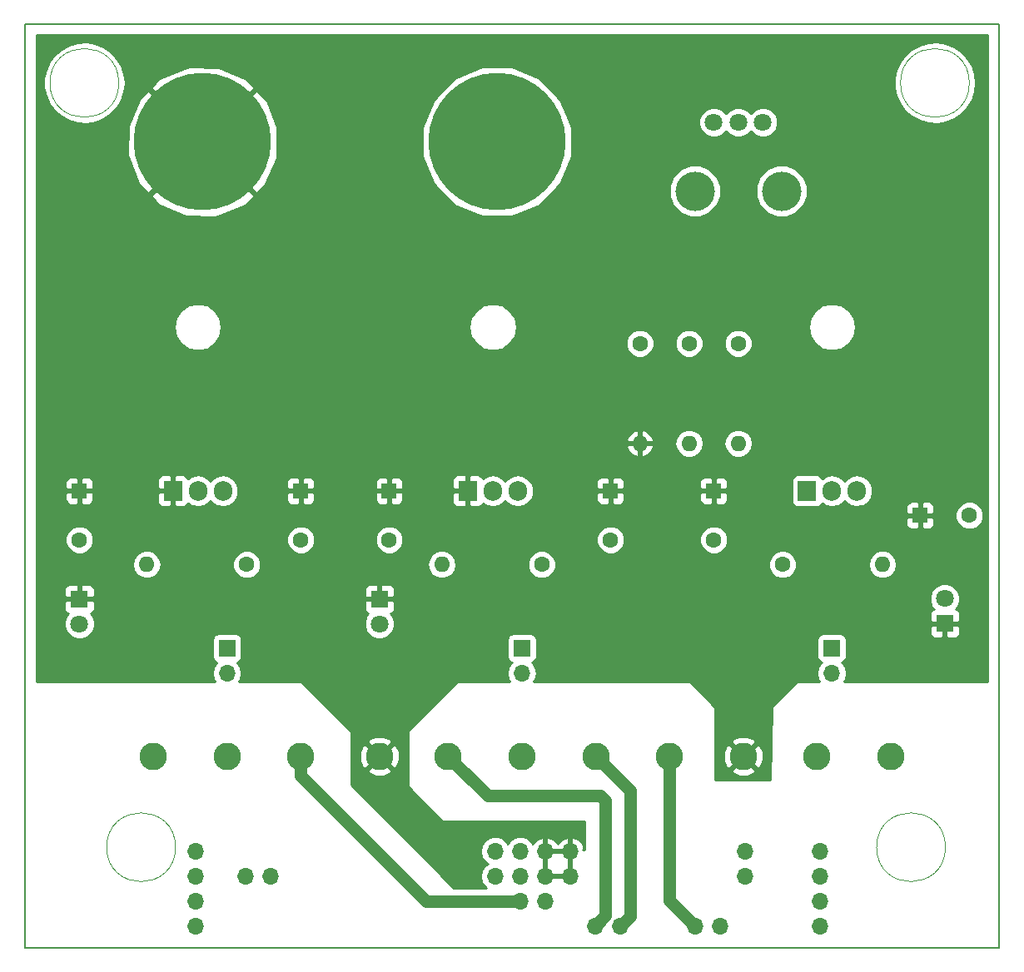
<source format=gbr>
%TF.GenerationSoftware,KiCad,Pcbnew,(5.0.2)-1*%
%TF.CreationDate,2020-07-21T09:41:44-06:00*%
%TF.ProjectId,power_interface,706f7765-725f-4696-9e74-657266616365,rev?*%
%TF.SameCoordinates,Original*%
%TF.FileFunction,Copper,L2,Bot*%
%TF.FilePolarity,Positive*%
%FSLAX46Y46*%
G04 Gerber Fmt 4.6, Leading zero omitted, Abs format (unit mm)*
G04 Created by KiCad (PCBNEW (5.0.2)-1) date 7/21/2020 9:41:44 AM*
%MOMM*%
%LPD*%
G01*
G04 APERTURE LIST*
%ADD10C,0.020000*%
%ADD11C,0.200000*%
%ADD12C,1.800000*%
%ADD13C,4.000000*%
%ADD14C,1.600000*%
%ADD15R,1.600000X1.600000*%
%ADD16R,1.800000X1.800000*%
%ADD17O,1.700000X1.700000*%
%ADD18C,13.970000*%
%ADD19R,1.700000X1.700000*%
%ADD20O,1.600000X1.600000*%
%ADD21C,2.800000*%
%ADD22R,1.905000X2.000000*%
%ADD23O,1.905000X2.000000*%
%ADD24C,1.270000*%
%ADD25C,0.254000*%
G04 APERTURE END LIST*
D10*
X193000028Y-59000000D02*
G75*
G03X193000028Y-59000000I-3500014J0D01*
G01*
X106500014Y-59000000D02*
G75*
G03X106500014Y-59000000I-3500014J0D01*
G01*
D11*
X196000000Y-53000000D02*
X196000000Y-147000000D01*
X97000000Y-53000000D02*
X196000000Y-53000000D01*
X97000000Y-147000000D02*
X97000000Y-53000000D01*
X196000000Y-147000000D02*
X97000000Y-147000000D01*
D10*
X112270014Y-136760000D02*
G75*
G03X112270014Y-136760000I-3500014J0D01*
G01*
X190570014Y-136760000D02*
G75*
G03X190570014Y-136760000I-3500014J0D01*
G01*
D12*
X172000000Y-63000000D03*
X169500000Y-63000000D03*
X167000000Y-63000000D03*
D13*
X173900000Y-70000000D03*
X165100000Y-70000000D03*
D14*
X156500000Y-105500000D03*
D15*
X156500000Y-100500000D03*
D14*
X125000000Y-105500000D03*
D15*
X125000000Y-100500000D03*
D14*
X193000000Y-103000000D03*
D15*
X188000000Y-103000000D03*
X134000000Y-100500000D03*
D14*
X134000000Y-105500000D03*
D15*
X102500000Y-100500000D03*
D14*
X102500000Y-105500000D03*
D15*
X167000000Y-100500000D03*
D14*
X167000000Y-105500000D03*
D16*
X133000000Y-111500000D03*
D12*
X133000000Y-114040000D03*
X102500000Y-114040000D03*
D16*
X102500000Y-111500000D03*
X190500000Y-114000000D03*
D12*
X190500000Y-111460000D03*
D17*
X121920000Y-139700000D03*
X152400000Y-139700000D03*
X147320000Y-139700000D03*
X144780000Y-139700000D03*
X170180000Y-139700000D03*
X170180000Y-137160000D03*
X144780000Y-137160000D03*
X147320000Y-137160000D03*
X149860000Y-137160000D03*
X152400000Y-137160000D03*
X149860000Y-139700000D03*
X167640000Y-144780000D03*
X165100000Y-144780000D03*
X157480000Y-144780000D03*
X154940000Y-144780000D03*
X147320000Y-142240000D03*
X119380000Y-139700000D03*
X149860000Y-142240000D03*
X114300000Y-144780000D03*
X114300000Y-142240000D03*
X114300000Y-139700000D03*
X114300000Y-137160000D03*
X177800000Y-144780000D03*
X177800000Y-142240000D03*
X177800000Y-139700000D03*
X177800000Y-137160000D03*
D18*
X115000000Y-65000000D03*
X144970000Y-65000000D03*
D19*
X147500000Y-116500000D03*
D17*
X147500000Y-119040000D03*
X117500000Y-119040000D03*
D19*
X117500000Y-116500000D03*
X179000000Y-116500000D03*
D17*
X179000000Y-119040000D03*
D14*
X159500000Y-85500000D03*
D20*
X159500000Y-95660000D03*
D14*
X164500000Y-85500000D03*
D20*
X164500000Y-95660000D03*
X169500000Y-95660000D03*
D14*
X169500000Y-85500000D03*
D20*
X139340000Y-108000000D03*
D14*
X149500000Y-108000000D03*
X119500000Y-108000000D03*
D20*
X109340000Y-108000000D03*
X184160000Y-108000000D03*
D14*
X174000000Y-108000000D03*
D21*
X170000000Y-127500000D03*
X110000000Y-127500000D03*
X147500000Y-127500000D03*
X117500000Y-127500000D03*
X185000000Y-127500000D03*
X125000000Y-127500000D03*
X140000000Y-127500000D03*
X133000000Y-127500000D03*
X155000000Y-127500000D03*
X162500000Y-127500000D03*
X177500000Y-127500000D03*
D22*
X142000000Y-100500000D03*
D23*
X144540000Y-100500000D03*
X147080000Y-100500000D03*
D22*
X112000000Y-100500000D03*
D23*
X114540000Y-100500000D03*
X117080000Y-100500000D03*
X181580000Y-100500000D03*
X179040000Y-100500000D03*
D22*
X176500000Y-100500000D03*
D24*
X162500000Y-142180000D02*
X165100000Y-144780000D01*
X162500000Y-127500000D02*
X162500000Y-142180000D01*
X158500000Y-131000000D02*
X155000000Y-127500000D01*
X157480000Y-144780000D02*
X158500000Y-143760000D01*
X158500000Y-143760000D02*
X158500000Y-131000000D01*
X156000000Y-143720000D02*
X154940000Y-144780000D01*
X156000000Y-132000000D02*
X156000000Y-143720000D01*
X155500000Y-131500000D02*
X156000000Y-132000000D01*
X140000000Y-127500000D02*
X144000000Y-131500000D01*
X144000000Y-131500000D02*
X155500000Y-131500000D01*
X146117919Y-142240000D02*
X147320000Y-142240000D01*
X137760102Y-142240000D02*
X146117919Y-142240000D01*
X125000000Y-129479898D02*
X137760102Y-142240000D01*
X125000000Y-127500000D02*
X125000000Y-129479898D01*
D25*
G36*
X194873000Y-119873000D02*
X180229401Y-119873000D01*
X180398839Y-119619418D01*
X180514092Y-119040000D01*
X180398839Y-118460582D01*
X180070625Y-117969375D01*
X180052381Y-117957184D01*
X180097765Y-117948157D01*
X180307809Y-117807809D01*
X180448157Y-117597765D01*
X180497440Y-117350000D01*
X180497440Y-115650000D01*
X180448157Y-115402235D01*
X180307809Y-115192191D01*
X180097765Y-115051843D01*
X179850000Y-115002560D01*
X178150000Y-115002560D01*
X177902235Y-115051843D01*
X177692191Y-115192191D01*
X177551843Y-115402235D01*
X177502560Y-115650000D01*
X177502560Y-117350000D01*
X177551843Y-117597765D01*
X177692191Y-117807809D01*
X177902235Y-117948157D01*
X177947619Y-117957184D01*
X177929375Y-117969375D01*
X177601161Y-118460582D01*
X177485908Y-119040000D01*
X177601161Y-119619418D01*
X177770599Y-119873000D01*
X175500000Y-119873000D01*
X175451399Y-119882667D01*
X175410197Y-119910197D01*
X172910197Y-122410197D01*
X172882667Y-122451399D01*
X172873018Y-122497884D01*
X172750099Y-129873000D01*
X167127000Y-129873000D01*
X167127000Y-128941724D01*
X168737882Y-128941724D01*
X168885455Y-129250106D01*
X169640031Y-129543405D01*
X170449409Y-129525614D01*
X171114545Y-129250106D01*
X171262118Y-128941724D01*
X170000000Y-127679605D01*
X168737882Y-128941724D01*
X167127000Y-128941724D01*
X167127000Y-127140031D01*
X167956595Y-127140031D01*
X167974386Y-127949409D01*
X168249894Y-128614545D01*
X168558276Y-128762118D01*
X169820395Y-127500000D01*
X170179605Y-127500000D01*
X171441724Y-128762118D01*
X171750106Y-128614545D01*
X172043405Y-127859969D01*
X172025614Y-127050591D01*
X171750106Y-126385455D01*
X171441724Y-126237882D01*
X170179605Y-127500000D01*
X169820395Y-127500000D01*
X168558276Y-126237882D01*
X168249894Y-126385455D01*
X167956595Y-127140031D01*
X167127000Y-127140031D01*
X167127000Y-126058276D01*
X168737882Y-126058276D01*
X170000000Y-127320395D01*
X171262118Y-126058276D01*
X171114545Y-125749894D01*
X170359969Y-125456595D01*
X169550591Y-125474386D01*
X168885455Y-125749894D01*
X168737882Y-126058276D01*
X167127000Y-126058276D01*
X167127000Y-122500000D01*
X167117333Y-122451399D01*
X167089803Y-122410197D01*
X164589803Y-119910197D01*
X164548601Y-119882667D01*
X164500000Y-119873000D01*
X148729401Y-119873000D01*
X148898839Y-119619418D01*
X149014092Y-119040000D01*
X148898839Y-118460582D01*
X148570625Y-117969375D01*
X148552381Y-117957184D01*
X148597765Y-117948157D01*
X148807809Y-117807809D01*
X148948157Y-117597765D01*
X148997440Y-117350000D01*
X148997440Y-115650000D01*
X148948157Y-115402235D01*
X148807809Y-115192191D01*
X148597765Y-115051843D01*
X148350000Y-115002560D01*
X146650000Y-115002560D01*
X146402235Y-115051843D01*
X146192191Y-115192191D01*
X146051843Y-115402235D01*
X146002560Y-115650000D01*
X146002560Y-117350000D01*
X146051843Y-117597765D01*
X146192191Y-117807809D01*
X146402235Y-117948157D01*
X146447619Y-117957184D01*
X146429375Y-117969375D01*
X146101161Y-118460582D01*
X145985908Y-119040000D01*
X146101161Y-119619418D01*
X146270599Y-119873000D01*
X141000000Y-119873000D01*
X140951399Y-119882667D01*
X140910197Y-119910197D01*
X135910197Y-124910197D01*
X135882667Y-124951399D01*
X135873000Y-125000000D01*
X135873000Y-130500000D01*
X135882667Y-130548601D01*
X135910197Y-130589803D01*
X139410197Y-134089803D01*
X139451399Y-134117333D01*
X139500000Y-134127000D01*
X153873000Y-134127000D01*
X153873000Y-137032998D01*
X153720820Y-137032998D01*
X153841486Y-136803108D01*
X153595183Y-136278642D01*
X153166924Y-135888355D01*
X152756890Y-135718524D01*
X152527000Y-135839845D01*
X152527000Y-137033000D01*
X152547000Y-137033000D01*
X152547000Y-137287000D01*
X152527000Y-137287000D01*
X152527000Y-139573000D01*
X152547000Y-139573000D01*
X152547000Y-139827000D01*
X152527000Y-139827000D01*
X152527000Y-139847000D01*
X152273000Y-139847000D01*
X152273000Y-139827000D01*
X149987000Y-139827000D01*
X149987000Y-139847000D01*
X149733000Y-139847000D01*
X149733000Y-139827000D01*
X149713000Y-139827000D01*
X149713000Y-139573000D01*
X149733000Y-139573000D01*
X149733000Y-137287000D01*
X149987000Y-137287000D01*
X149987000Y-139573000D01*
X152273000Y-139573000D01*
X152273000Y-137287000D01*
X149987000Y-137287000D01*
X149733000Y-137287000D01*
X149713000Y-137287000D01*
X149713000Y-137033000D01*
X149733000Y-137033000D01*
X149733000Y-135839845D01*
X149987000Y-135839845D01*
X149987000Y-137033000D01*
X152273000Y-137033000D01*
X152273000Y-135839845D01*
X152043110Y-135718524D01*
X151633076Y-135888355D01*
X151204817Y-136278642D01*
X151130000Y-136437954D01*
X151055183Y-136278642D01*
X150626924Y-135888355D01*
X150216890Y-135718524D01*
X149987000Y-135839845D01*
X149733000Y-135839845D01*
X149503110Y-135718524D01*
X149093076Y-135888355D01*
X148664817Y-136278642D01*
X148603843Y-136408478D01*
X148390625Y-136089375D01*
X147899418Y-135761161D01*
X147466256Y-135675000D01*
X147173744Y-135675000D01*
X146740582Y-135761161D01*
X146249375Y-136089375D01*
X146050000Y-136387761D01*
X145850625Y-136089375D01*
X145359418Y-135761161D01*
X144926256Y-135675000D01*
X144633744Y-135675000D01*
X144200582Y-135761161D01*
X143709375Y-136089375D01*
X143381161Y-136580582D01*
X143265908Y-137160000D01*
X143381161Y-137739418D01*
X143709375Y-138230625D01*
X144007761Y-138430000D01*
X143709375Y-138629375D01*
X143381161Y-139120582D01*
X143265908Y-139700000D01*
X143381161Y-140279418D01*
X143709375Y-140770625D01*
X143862590Y-140873000D01*
X140552606Y-140873000D01*
X130127000Y-130447394D01*
X130127000Y-128941724D01*
X131737882Y-128941724D01*
X131885455Y-129250106D01*
X132640031Y-129543405D01*
X133449409Y-129525614D01*
X134114545Y-129250106D01*
X134262118Y-128941724D01*
X133000000Y-127679605D01*
X131737882Y-128941724D01*
X130127000Y-128941724D01*
X130127000Y-127140031D01*
X130956595Y-127140031D01*
X130974386Y-127949409D01*
X131249894Y-128614545D01*
X131558276Y-128762118D01*
X132820395Y-127500000D01*
X133179605Y-127500000D01*
X134441724Y-128762118D01*
X134750106Y-128614545D01*
X135043405Y-127859969D01*
X135025614Y-127050591D01*
X134750106Y-126385455D01*
X134441724Y-126237882D01*
X133179605Y-127500000D01*
X132820395Y-127500000D01*
X131558276Y-126237882D01*
X131249894Y-126385455D01*
X130956595Y-127140031D01*
X130127000Y-127140031D01*
X130127000Y-126058276D01*
X131737882Y-126058276D01*
X133000000Y-127320395D01*
X134262118Y-126058276D01*
X134114545Y-125749894D01*
X133359969Y-125456595D01*
X132550591Y-125474386D01*
X131885455Y-125749894D01*
X131737882Y-126058276D01*
X130127000Y-126058276D01*
X130127000Y-125000000D01*
X130117333Y-124951399D01*
X130089803Y-124910197D01*
X125089803Y-119910197D01*
X125048601Y-119882667D01*
X125000000Y-119873000D01*
X118729401Y-119873000D01*
X118898839Y-119619418D01*
X119014092Y-119040000D01*
X118898839Y-118460582D01*
X118570625Y-117969375D01*
X118552381Y-117957184D01*
X118597765Y-117948157D01*
X118807809Y-117807809D01*
X118948157Y-117597765D01*
X118997440Y-117350000D01*
X118997440Y-115650000D01*
X118948157Y-115402235D01*
X118807809Y-115192191D01*
X118597765Y-115051843D01*
X118350000Y-115002560D01*
X116650000Y-115002560D01*
X116402235Y-115051843D01*
X116192191Y-115192191D01*
X116051843Y-115402235D01*
X116002560Y-115650000D01*
X116002560Y-117350000D01*
X116051843Y-117597765D01*
X116192191Y-117807809D01*
X116402235Y-117948157D01*
X116447619Y-117957184D01*
X116429375Y-117969375D01*
X116101161Y-118460582D01*
X115985908Y-119040000D01*
X116101161Y-119619418D01*
X116270599Y-119873000D01*
X98127000Y-119873000D01*
X98127000Y-111785750D01*
X100965000Y-111785750D01*
X100965000Y-112526309D01*
X101061673Y-112759698D01*
X101240301Y-112938327D01*
X101375044Y-112994139D01*
X101198690Y-113170493D01*
X100965000Y-113734670D01*
X100965000Y-114345330D01*
X101198690Y-114909507D01*
X101630493Y-115341310D01*
X102194670Y-115575000D01*
X102805330Y-115575000D01*
X103369507Y-115341310D01*
X103801310Y-114909507D01*
X104035000Y-114345330D01*
X104035000Y-113734670D01*
X103801310Y-113170493D01*
X103624956Y-112994139D01*
X103759699Y-112938327D01*
X103938327Y-112759698D01*
X104035000Y-112526309D01*
X104035000Y-111785750D01*
X131465000Y-111785750D01*
X131465000Y-112526309D01*
X131561673Y-112759698D01*
X131740301Y-112938327D01*
X131875044Y-112994139D01*
X131698690Y-113170493D01*
X131465000Y-113734670D01*
X131465000Y-114345330D01*
X131698690Y-114909507D01*
X132130493Y-115341310D01*
X132694670Y-115575000D01*
X133305330Y-115575000D01*
X133869507Y-115341310D01*
X134301310Y-114909507D01*
X134535000Y-114345330D01*
X134535000Y-114285750D01*
X188965000Y-114285750D01*
X188965000Y-115026309D01*
X189061673Y-115259698D01*
X189240301Y-115438327D01*
X189473690Y-115535000D01*
X190214250Y-115535000D01*
X190373000Y-115376250D01*
X190373000Y-114127000D01*
X190627000Y-114127000D01*
X190627000Y-115376250D01*
X190785750Y-115535000D01*
X191526310Y-115535000D01*
X191759699Y-115438327D01*
X191938327Y-115259698D01*
X192035000Y-115026309D01*
X192035000Y-114285750D01*
X191876250Y-114127000D01*
X190627000Y-114127000D01*
X190373000Y-114127000D01*
X189123750Y-114127000D01*
X188965000Y-114285750D01*
X134535000Y-114285750D01*
X134535000Y-113734670D01*
X134301310Y-113170493D01*
X134124956Y-112994139D01*
X134259699Y-112938327D01*
X134438327Y-112759698D01*
X134535000Y-112526309D01*
X134535000Y-111785750D01*
X134376250Y-111627000D01*
X133127000Y-111627000D01*
X133127000Y-111647000D01*
X132873000Y-111647000D01*
X132873000Y-111627000D01*
X131623750Y-111627000D01*
X131465000Y-111785750D01*
X104035000Y-111785750D01*
X103876250Y-111627000D01*
X102627000Y-111627000D01*
X102627000Y-111647000D01*
X102373000Y-111647000D01*
X102373000Y-111627000D01*
X101123750Y-111627000D01*
X100965000Y-111785750D01*
X98127000Y-111785750D01*
X98127000Y-110473691D01*
X100965000Y-110473691D01*
X100965000Y-111214250D01*
X101123750Y-111373000D01*
X102373000Y-111373000D01*
X102373000Y-110123750D01*
X102627000Y-110123750D01*
X102627000Y-111373000D01*
X103876250Y-111373000D01*
X104035000Y-111214250D01*
X104035000Y-110473691D01*
X131465000Y-110473691D01*
X131465000Y-111214250D01*
X131623750Y-111373000D01*
X132873000Y-111373000D01*
X132873000Y-110123750D01*
X133127000Y-110123750D01*
X133127000Y-111373000D01*
X134376250Y-111373000D01*
X134535000Y-111214250D01*
X134535000Y-111154670D01*
X188965000Y-111154670D01*
X188965000Y-111765330D01*
X189198690Y-112329507D01*
X189375044Y-112505861D01*
X189240301Y-112561673D01*
X189061673Y-112740302D01*
X188965000Y-112973691D01*
X188965000Y-113714250D01*
X189123750Y-113873000D01*
X190373000Y-113873000D01*
X190373000Y-113853000D01*
X190627000Y-113853000D01*
X190627000Y-113873000D01*
X191876250Y-113873000D01*
X192035000Y-113714250D01*
X192035000Y-112973691D01*
X191938327Y-112740302D01*
X191759699Y-112561673D01*
X191624956Y-112505861D01*
X191801310Y-112329507D01*
X192035000Y-111765330D01*
X192035000Y-111154670D01*
X191801310Y-110590493D01*
X191369507Y-110158690D01*
X190805330Y-109925000D01*
X190194670Y-109925000D01*
X189630493Y-110158690D01*
X189198690Y-110590493D01*
X188965000Y-111154670D01*
X134535000Y-111154670D01*
X134535000Y-110473691D01*
X134438327Y-110240302D01*
X134259699Y-110061673D01*
X134026310Y-109965000D01*
X133285750Y-109965000D01*
X133127000Y-110123750D01*
X132873000Y-110123750D01*
X132714250Y-109965000D01*
X131973690Y-109965000D01*
X131740301Y-110061673D01*
X131561673Y-110240302D01*
X131465000Y-110473691D01*
X104035000Y-110473691D01*
X103938327Y-110240302D01*
X103759699Y-110061673D01*
X103526310Y-109965000D01*
X102785750Y-109965000D01*
X102627000Y-110123750D01*
X102373000Y-110123750D01*
X102214250Y-109965000D01*
X101473690Y-109965000D01*
X101240301Y-110061673D01*
X101061673Y-110240302D01*
X100965000Y-110473691D01*
X98127000Y-110473691D01*
X98127000Y-108000000D01*
X107876887Y-108000000D01*
X107988260Y-108559909D01*
X108305423Y-109034577D01*
X108780091Y-109351740D01*
X109198667Y-109435000D01*
X109481333Y-109435000D01*
X109899909Y-109351740D01*
X110374577Y-109034577D01*
X110691740Y-108559909D01*
X110803113Y-108000000D01*
X110746336Y-107714561D01*
X118065000Y-107714561D01*
X118065000Y-108285439D01*
X118283466Y-108812862D01*
X118687138Y-109216534D01*
X119214561Y-109435000D01*
X119785439Y-109435000D01*
X120312862Y-109216534D01*
X120716534Y-108812862D01*
X120935000Y-108285439D01*
X120935000Y-108000000D01*
X137876887Y-108000000D01*
X137988260Y-108559909D01*
X138305423Y-109034577D01*
X138780091Y-109351740D01*
X139198667Y-109435000D01*
X139481333Y-109435000D01*
X139899909Y-109351740D01*
X140374577Y-109034577D01*
X140691740Y-108559909D01*
X140803113Y-108000000D01*
X140746336Y-107714561D01*
X148065000Y-107714561D01*
X148065000Y-108285439D01*
X148283466Y-108812862D01*
X148687138Y-109216534D01*
X149214561Y-109435000D01*
X149785439Y-109435000D01*
X150312862Y-109216534D01*
X150716534Y-108812862D01*
X150935000Y-108285439D01*
X150935000Y-107714561D01*
X172565000Y-107714561D01*
X172565000Y-108285439D01*
X172783466Y-108812862D01*
X173187138Y-109216534D01*
X173714561Y-109435000D01*
X174285439Y-109435000D01*
X174812862Y-109216534D01*
X175216534Y-108812862D01*
X175435000Y-108285439D01*
X175435000Y-108000000D01*
X182696887Y-108000000D01*
X182808260Y-108559909D01*
X183125423Y-109034577D01*
X183600091Y-109351740D01*
X184018667Y-109435000D01*
X184301333Y-109435000D01*
X184719909Y-109351740D01*
X185194577Y-109034577D01*
X185511740Y-108559909D01*
X185623113Y-108000000D01*
X185511740Y-107440091D01*
X185194577Y-106965423D01*
X184719909Y-106648260D01*
X184301333Y-106565000D01*
X184018667Y-106565000D01*
X183600091Y-106648260D01*
X183125423Y-106965423D01*
X182808260Y-107440091D01*
X182696887Y-108000000D01*
X175435000Y-108000000D01*
X175435000Y-107714561D01*
X175216534Y-107187138D01*
X174812862Y-106783466D01*
X174285439Y-106565000D01*
X173714561Y-106565000D01*
X173187138Y-106783466D01*
X172783466Y-107187138D01*
X172565000Y-107714561D01*
X150935000Y-107714561D01*
X150716534Y-107187138D01*
X150312862Y-106783466D01*
X149785439Y-106565000D01*
X149214561Y-106565000D01*
X148687138Y-106783466D01*
X148283466Y-107187138D01*
X148065000Y-107714561D01*
X140746336Y-107714561D01*
X140691740Y-107440091D01*
X140374577Y-106965423D01*
X139899909Y-106648260D01*
X139481333Y-106565000D01*
X139198667Y-106565000D01*
X138780091Y-106648260D01*
X138305423Y-106965423D01*
X137988260Y-107440091D01*
X137876887Y-108000000D01*
X120935000Y-108000000D01*
X120935000Y-107714561D01*
X120716534Y-107187138D01*
X120312862Y-106783466D01*
X119785439Y-106565000D01*
X119214561Y-106565000D01*
X118687138Y-106783466D01*
X118283466Y-107187138D01*
X118065000Y-107714561D01*
X110746336Y-107714561D01*
X110691740Y-107440091D01*
X110374577Y-106965423D01*
X109899909Y-106648260D01*
X109481333Y-106565000D01*
X109198667Y-106565000D01*
X108780091Y-106648260D01*
X108305423Y-106965423D01*
X107988260Y-107440091D01*
X107876887Y-108000000D01*
X98127000Y-108000000D01*
X98127000Y-105214561D01*
X101065000Y-105214561D01*
X101065000Y-105785439D01*
X101283466Y-106312862D01*
X101687138Y-106716534D01*
X102214561Y-106935000D01*
X102785439Y-106935000D01*
X103312862Y-106716534D01*
X103716534Y-106312862D01*
X103935000Y-105785439D01*
X103935000Y-105214561D01*
X123565000Y-105214561D01*
X123565000Y-105785439D01*
X123783466Y-106312862D01*
X124187138Y-106716534D01*
X124714561Y-106935000D01*
X125285439Y-106935000D01*
X125812862Y-106716534D01*
X126216534Y-106312862D01*
X126435000Y-105785439D01*
X126435000Y-105214561D01*
X132565000Y-105214561D01*
X132565000Y-105785439D01*
X132783466Y-106312862D01*
X133187138Y-106716534D01*
X133714561Y-106935000D01*
X134285439Y-106935000D01*
X134812862Y-106716534D01*
X135216534Y-106312862D01*
X135435000Y-105785439D01*
X135435000Y-105214561D01*
X155065000Y-105214561D01*
X155065000Y-105785439D01*
X155283466Y-106312862D01*
X155687138Y-106716534D01*
X156214561Y-106935000D01*
X156785439Y-106935000D01*
X157312862Y-106716534D01*
X157716534Y-106312862D01*
X157935000Y-105785439D01*
X157935000Y-105214561D01*
X165565000Y-105214561D01*
X165565000Y-105785439D01*
X165783466Y-106312862D01*
X166187138Y-106716534D01*
X166714561Y-106935000D01*
X167285439Y-106935000D01*
X167812862Y-106716534D01*
X168216534Y-106312862D01*
X168435000Y-105785439D01*
X168435000Y-105214561D01*
X168216534Y-104687138D01*
X167812862Y-104283466D01*
X167285439Y-104065000D01*
X166714561Y-104065000D01*
X166187138Y-104283466D01*
X165783466Y-104687138D01*
X165565000Y-105214561D01*
X157935000Y-105214561D01*
X157716534Y-104687138D01*
X157312862Y-104283466D01*
X156785439Y-104065000D01*
X156214561Y-104065000D01*
X155687138Y-104283466D01*
X155283466Y-104687138D01*
X155065000Y-105214561D01*
X135435000Y-105214561D01*
X135216534Y-104687138D01*
X134812862Y-104283466D01*
X134285439Y-104065000D01*
X133714561Y-104065000D01*
X133187138Y-104283466D01*
X132783466Y-104687138D01*
X132565000Y-105214561D01*
X126435000Y-105214561D01*
X126216534Y-104687138D01*
X125812862Y-104283466D01*
X125285439Y-104065000D01*
X124714561Y-104065000D01*
X124187138Y-104283466D01*
X123783466Y-104687138D01*
X123565000Y-105214561D01*
X103935000Y-105214561D01*
X103716534Y-104687138D01*
X103312862Y-104283466D01*
X102785439Y-104065000D01*
X102214561Y-104065000D01*
X101687138Y-104283466D01*
X101283466Y-104687138D01*
X101065000Y-105214561D01*
X98127000Y-105214561D01*
X98127000Y-103285750D01*
X186565000Y-103285750D01*
X186565000Y-103926310D01*
X186661673Y-104159699D01*
X186840302Y-104338327D01*
X187073691Y-104435000D01*
X187714250Y-104435000D01*
X187873000Y-104276250D01*
X187873000Y-103127000D01*
X188127000Y-103127000D01*
X188127000Y-104276250D01*
X188285750Y-104435000D01*
X188926309Y-104435000D01*
X189159698Y-104338327D01*
X189338327Y-104159699D01*
X189435000Y-103926310D01*
X189435000Y-103285750D01*
X189276250Y-103127000D01*
X188127000Y-103127000D01*
X187873000Y-103127000D01*
X186723750Y-103127000D01*
X186565000Y-103285750D01*
X98127000Y-103285750D01*
X98127000Y-100785750D01*
X101065000Y-100785750D01*
X101065000Y-101426309D01*
X101161673Y-101659698D01*
X101340301Y-101838327D01*
X101573690Y-101935000D01*
X102214250Y-101935000D01*
X102373000Y-101776250D01*
X102373000Y-100627000D01*
X102627000Y-100627000D01*
X102627000Y-101776250D01*
X102785750Y-101935000D01*
X103426310Y-101935000D01*
X103659699Y-101838327D01*
X103838327Y-101659698D01*
X103935000Y-101426309D01*
X103935000Y-100785750D01*
X110412500Y-100785750D01*
X110412500Y-101626310D01*
X110509173Y-101859699D01*
X110687802Y-102038327D01*
X110921191Y-102135000D01*
X111714250Y-102135000D01*
X111873000Y-101976250D01*
X111873000Y-100627000D01*
X110571250Y-100627000D01*
X110412500Y-100785750D01*
X103935000Y-100785750D01*
X103776250Y-100627000D01*
X102627000Y-100627000D01*
X102373000Y-100627000D01*
X101223750Y-100627000D01*
X101065000Y-100785750D01*
X98127000Y-100785750D01*
X98127000Y-99573691D01*
X101065000Y-99573691D01*
X101065000Y-100214250D01*
X101223750Y-100373000D01*
X102373000Y-100373000D01*
X102373000Y-99223750D01*
X102627000Y-99223750D01*
X102627000Y-100373000D01*
X103776250Y-100373000D01*
X103935000Y-100214250D01*
X103935000Y-99573691D01*
X103852157Y-99373690D01*
X110412500Y-99373690D01*
X110412500Y-100214250D01*
X110571250Y-100373000D01*
X111873000Y-100373000D01*
X111873000Y-99023750D01*
X112127000Y-99023750D01*
X112127000Y-100373000D01*
X112147000Y-100373000D01*
X112147000Y-100627000D01*
X112127000Y-100627000D01*
X112127000Y-101976250D01*
X112285750Y-102135000D01*
X113078809Y-102135000D01*
X113312198Y-102038327D01*
X113490827Y-101859699D01*
X113524556Y-101778270D01*
X113920590Y-102042891D01*
X114540000Y-102166100D01*
X115159411Y-102042891D01*
X115684523Y-101692023D01*
X115810000Y-101504233D01*
X115935477Y-101692023D01*
X116460590Y-102042891D01*
X117080000Y-102166100D01*
X117699411Y-102042891D01*
X118224523Y-101692023D01*
X118575391Y-101166910D01*
X118651208Y-100785750D01*
X123565000Y-100785750D01*
X123565000Y-101426309D01*
X123661673Y-101659698D01*
X123840301Y-101838327D01*
X124073690Y-101935000D01*
X124714250Y-101935000D01*
X124873000Y-101776250D01*
X124873000Y-100627000D01*
X125127000Y-100627000D01*
X125127000Y-101776250D01*
X125285750Y-101935000D01*
X125926310Y-101935000D01*
X126159699Y-101838327D01*
X126338327Y-101659698D01*
X126435000Y-101426309D01*
X126435000Y-100785750D01*
X132565000Y-100785750D01*
X132565000Y-101426309D01*
X132661673Y-101659698D01*
X132840301Y-101838327D01*
X133073690Y-101935000D01*
X133714250Y-101935000D01*
X133873000Y-101776250D01*
X133873000Y-100627000D01*
X134127000Y-100627000D01*
X134127000Y-101776250D01*
X134285750Y-101935000D01*
X134926310Y-101935000D01*
X135159699Y-101838327D01*
X135338327Y-101659698D01*
X135435000Y-101426309D01*
X135435000Y-100785750D01*
X140412500Y-100785750D01*
X140412500Y-101626310D01*
X140509173Y-101859699D01*
X140687802Y-102038327D01*
X140921191Y-102135000D01*
X141714250Y-102135000D01*
X141873000Y-101976250D01*
X141873000Y-100627000D01*
X140571250Y-100627000D01*
X140412500Y-100785750D01*
X135435000Y-100785750D01*
X135276250Y-100627000D01*
X134127000Y-100627000D01*
X133873000Y-100627000D01*
X132723750Y-100627000D01*
X132565000Y-100785750D01*
X126435000Y-100785750D01*
X126276250Y-100627000D01*
X125127000Y-100627000D01*
X124873000Y-100627000D01*
X123723750Y-100627000D01*
X123565000Y-100785750D01*
X118651208Y-100785750D01*
X118667500Y-100703849D01*
X118667500Y-100296150D01*
X118575391Y-99833089D01*
X118402068Y-99573691D01*
X123565000Y-99573691D01*
X123565000Y-100214250D01*
X123723750Y-100373000D01*
X124873000Y-100373000D01*
X124873000Y-99223750D01*
X125127000Y-99223750D01*
X125127000Y-100373000D01*
X126276250Y-100373000D01*
X126435000Y-100214250D01*
X126435000Y-99573691D01*
X132565000Y-99573691D01*
X132565000Y-100214250D01*
X132723750Y-100373000D01*
X133873000Y-100373000D01*
X133873000Y-99223750D01*
X134127000Y-99223750D01*
X134127000Y-100373000D01*
X135276250Y-100373000D01*
X135435000Y-100214250D01*
X135435000Y-99573691D01*
X135352157Y-99373690D01*
X140412500Y-99373690D01*
X140412500Y-100214250D01*
X140571250Y-100373000D01*
X141873000Y-100373000D01*
X141873000Y-99023750D01*
X142127000Y-99023750D01*
X142127000Y-100373000D01*
X142147000Y-100373000D01*
X142147000Y-100627000D01*
X142127000Y-100627000D01*
X142127000Y-101976250D01*
X142285750Y-102135000D01*
X143078809Y-102135000D01*
X143312198Y-102038327D01*
X143490827Y-101859699D01*
X143524556Y-101778270D01*
X143920590Y-102042891D01*
X144540000Y-102166100D01*
X145159411Y-102042891D01*
X145684523Y-101692023D01*
X145810000Y-101504233D01*
X145935477Y-101692023D01*
X146460590Y-102042891D01*
X147080000Y-102166100D01*
X147699411Y-102042891D01*
X148224523Y-101692023D01*
X148575391Y-101166910D01*
X148651208Y-100785750D01*
X155065000Y-100785750D01*
X155065000Y-101426309D01*
X155161673Y-101659698D01*
X155340301Y-101838327D01*
X155573690Y-101935000D01*
X156214250Y-101935000D01*
X156373000Y-101776250D01*
X156373000Y-100627000D01*
X156627000Y-100627000D01*
X156627000Y-101776250D01*
X156785750Y-101935000D01*
X157426310Y-101935000D01*
X157659699Y-101838327D01*
X157838327Y-101659698D01*
X157935000Y-101426309D01*
X157935000Y-100785750D01*
X165565000Y-100785750D01*
X165565000Y-101426309D01*
X165661673Y-101659698D01*
X165840301Y-101838327D01*
X166073690Y-101935000D01*
X166714250Y-101935000D01*
X166873000Y-101776250D01*
X166873000Y-100627000D01*
X167127000Y-100627000D01*
X167127000Y-101776250D01*
X167285750Y-101935000D01*
X167926310Y-101935000D01*
X168159699Y-101838327D01*
X168338327Y-101659698D01*
X168435000Y-101426309D01*
X168435000Y-100785750D01*
X168276250Y-100627000D01*
X167127000Y-100627000D01*
X166873000Y-100627000D01*
X165723750Y-100627000D01*
X165565000Y-100785750D01*
X157935000Y-100785750D01*
X157776250Y-100627000D01*
X156627000Y-100627000D01*
X156373000Y-100627000D01*
X155223750Y-100627000D01*
X155065000Y-100785750D01*
X148651208Y-100785750D01*
X148667500Y-100703849D01*
X148667500Y-100296150D01*
X148575391Y-99833089D01*
X148402068Y-99573691D01*
X155065000Y-99573691D01*
X155065000Y-100214250D01*
X155223750Y-100373000D01*
X156373000Y-100373000D01*
X156373000Y-99223750D01*
X156627000Y-99223750D01*
X156627000Y-100373000D01*
X157776250Y-100373000D01*
X157935000Y-100214250D01*
X157935000Y-99573691D01*
X165565000Y-99573691D01*
X165565000Y-100214250D01*
X165723750Y-100373000D01*
X166873000Y-100373000D01*
X166873000Y-99223750D01*
X167127000Y-99223750D01*
X167127000Y-100373000D01*
X168276250Y-100373000D01*
X168435000Y-100214250D01*
X168435000Y-99573691D01*
X168404477Y-99500000D01*
X174900060Y-99500000D01*
X174900060Y-101500000D01*
X174949343Y-101747765D01*
X175089691Y-101957809D01*
X175299735Y-102098157D01*
X175547500Y-102147440D01*
X177452500Y-102147440D01*
X177700265Y-102098157D01*
X177910309Y-101957809D01*
X178028509Y-101780912D01*
X178420590Y-102042891D01*
X179040000Y-102166100D01*
X179659411Y-102042891D01*
X180184523Y-101692023D01*
X180310000Y-101504233D01*
X180435477Y-101692023D01*
X180960590Y-102042891D01*
X181580000Y-102166100D01*
X182044574Y-102073690D01*
X186565000Y-102073690D01*
X186565000Y-102714250D01*
X186723750Y-102873000D01*
X187873000Y-102873000D01*
X187873000Y-101723750D01*
X188127000Y-101723750D01*
X188127000Y-102873000D01*
X189276250Y-102873000D01*
X189434689Y-102714561D01*
X191565000Y-102714561D01*
X191565000Y-103285439D01*
X191783466Y-103812862D01*
X192187138Y-104216534D01*
X192714561Y-104435000D01*
X193285439Y-104435000D01*
X193812862Y-104216534D01*
X194216534Y-103812862D01*
X194435000Y-103285439D01*
X194435000Y-102714561D01*
X194216534Y-102187138D01*
X193812862Y-101783466D01*
X193285439Y-101565000D01*
X192714561Y-101565000D01*
X192187138Y-101783466D01*
X191783466Y-102187138D01*
X191565000Y-102714561D01*
X189434689Y-102714561D01*
X189435000Y-102714250D01*
X189435000Y-102073690D01*
X189338327Y-101840301D01*
X189159698Y-101661673D01*
X188926309Y-101565000D01*
X188285750Y-101565000D01*
X188127000Y-101723750D01*
X187873000Y-101723750D01*
X187714250Y-101565000D01*
X187073691Y-101565000D01*
X186840302Y-101661673D01*
X186661673Y-101840301D01*
X186565000Y-102073690D01*
X182044574Y-102073690D01*
X182199411Y-102042891D01*
X182724523Y-101692023D01*
X183075391Y-101166910D01*
X183167500Y-100703849D01*
X183167500Y-100296150D01*
X183075391Y-99833089D01*
X182724523Y-99307977D01*
X182199410Y-98957109D01*
X181580000Y-98833900D01*
X180960589Y-98957109D01*
X180435477Y-99307977D01*
X180310000Y-99495767D01*
X180184523Y-99307977D01*
X179659410Y-98957109D01*
X179040000Y-98833900D01*
X178420589Y-98957109D01*
X178028509Y-99219088D01*
X177910309Y-99042191D01*
X177700265Y-98901843D01*
X177452500Y-98852560D01*
X175547500Y-98852560D01*
X175299735Y-98901843D01*
X175089691Y-99042191D01*
X174949343Y-99252235D01*
X174900060Y-99500000D01*
X168404477Y-99500000D01*
X168338327Y-99340302D01*
X168159699Y-99161673D01*
X167926310Y-99065000D01*
X167285750Y-99065000D01*
X167127000Y-99223750D01*
X166873000Y-99223750D01*
X166714250Y-99065000D01*
X166073690Y-99065000D01*
X165840301Y-99161673D01*
X165661673Y-99340302D01*
X165565000Y-99573691D01*
X157935000Y-99573691D01*
X157838327Y-99340302D01*
X157659699Y-99161673D01*
X157426310Y-99065000D01*
X156785750Y-99065000D01*
X156627000Y-99223750D01*
X156373000Y-99223750D01*
X156214250Y-99065000D01*
X155573690Y-99065000D01*
X155340301Y-99161673D01*
X155161673Y-99340302D01*
X155065000Y-99573691D01*
X148402068Y-99573691D01*
X148224523Y-99307977D01*
X147699410Y-98957109D01*
X147080000Y-98833900D01*
X146460589Y-98957109D01*
X145935477Y-99307977D01*
X145810000Y-99495767D01*
X145684523Y-99307977D01*
X145159410Y-98957109D01*
X144540000Y-98833900D01*
X143920589Y-98957109D01*
X143524556Y-99221729D01*
X143490827Y-99140301D01*
X143312198Y-98961673D01*
X143078809Y-98865000D01*
X142285750Y-98865000D01*
X142127000Y-99023750D01*
X141873000Y-99023750D01*
X141714250Y-98865000D01*
X140921191Y-98865000D01*
X140687802Y-98961673D01*
X140509173Y-99140301D01*
X140412500Y-99373690D01*
X135352157Y-99373690D01*
X135338327Y-99340302D01*
X135159699Y-99161673D01*
X134926310Y-99065000D01*
X134285750Y-99065000D01*
X134127000Y-99223750D01*
X133873000Y-99223750D01*
X133714250Y-99065000D01*
X133073690Y-99065000D01*
X132840301Y-99161673D01*
X132661673Y-99340302D01*
X132565000Y-99573691D01*
X126435000Y-99573691D01*
X126338327Y-99340302D01*
X126159699Y-99161673D01*
X125926310Y-99065000D01*
X125285750Y-99065000D01*
X125127000Y-99223750D01*
X124873000Y-99223750D01*
X124714250Y-99065000D01*
X124073690Y-99065000D01*
X123840301Y-99161673D01*
X123661673Y-99340302D01*
X123565000Y-99573691D01*
X118402068Y-99573691D01*
X118224523Y-99307977D01*
X117699410Y-98957109D01*
X117080000Y-98833900D01*
X116460589Y-98957109D01*
X115935477Y-99307977D01*
X115810000Y-99495767D01*
X115684523Y-99307977D01*
X115159410Y-98957109D01*
X114540000Y-98833900D01*
X113920589Y-98957109D01*
X113524556Y-99221729D01*
X113490827Y-99140301D01*
X113312198Y-98961673D01*
X113078809Y-98865000D01*
X112285750Y-98865000D01*
X112127000Y-99023750D01*
X111873000Y-99023750D01*
X111714250Y-98865000D01*
X110921191Y-98865000D01*
X110687802Y-98961673D01*
X110509173Y-99140301D01*
X110412500Y-99373690D01*
X103852157Y-99373690D01*
X103838327Y-99340302D01*
X103659699Y-99161673D01*
X103426310Y-99065000D01*
X102785750Y-99065000D01*
X102627000Y-99223750D01*
X102373000Y-99223750D01*
X102214250Y-99065000D01*
X101573690Y-99065000D01*
X101340301Y-99161673D01*
X101161673Y-99340302D01*
X101065000Y-99573691D01*
X98127000Y-99573691D01*
X98127000Y-96009041D01*
X158108086Y-96009041D01*
X158347611Y-96515134D01*
X158762577Y-96891041D01*
X159150961Y-97051904D01*
X159373000Y-96929915D01*
X159373000Y-95787000D01*
X159627000Y-95787000D01*
X159627000Y-96929915D01*
X159849039Y-97051904D01*
X160237423Y-96891041D01*
X160652389Y-96515134D01*
X160891914Y-96009041D01*
X160770629Y-95787000D01*
X159627000Y-95787000D01*
X159373000Y-95787000D01*
X158229371Y-95787000D01*
X158108086Y-96009041D01*
X98127000Y-96009041D01*
X98127000Y-95660000D01*
X163036887Y-95660000D01*
X163148260Y-96219909D01*
X163465423Y-96694577D01*
X163940091Y-97011740D01*
X164358667Y-97095000D01*
X164641333Y-97095000D01*
X165059909Y-97011740D01*
X165534577Y-96694577D01*
X165851740Y-96219909D01*
X165963113Y-95660000D01*
X168036887Y-95660000D01*
X168148260Y-96219909D01*
X168465423Y-96694577D01*
X168940091Y-97011740D01*
X169358667Y-97095000D01*
X169641333Y-97095000D01*
X170059909Y-97011740D01*
X170534577Y-96694577D01*
X170851740Y-96219909D01*
X170963113Y-95660000D01*
X170851740Y-95100091D01*
X170534577Y-94625423D01*
X170059909Y-94308260D01*
X169641333Y-94225000D01*
X169358667Y-94225000D01*
X168940091Y-94308260D01*
X168465423Y-94625423D01*
X168148260Y-95100091D01*
X168036887Y-95660000D01*
X165963113Y-95660000D01*
X165851740Y-95100091D01*
X165534577Y-94625423D01*
X165059909Y-94308260D01*
X164641333Y-94225000D01*
X164358667Y-94225000D01*
X163940091Y-94308260D01*
X163465423Y-94625423D01*
X163148260Y-95100091D01*
X163036887Y-95660000D01*
X98127000Y-95660000D01*
X98127000Y-95310959D01*
X158108086Y-95310959D01*
X158229371Y-95533000D01*
X159373000Y-95533000D01*
X159373000Y-94390085D01*
X159627000Y-94390085D01*
X159627000Y-95533000D01*
X160770629Y-95533000D01*
X160891914Y-95310959D01*
X160652389Y-94804866D01*
X160237423Y-94428959D01*
X159849039Y-94268096D01*
X159627000Y-94390085D01*
X159373000Y-94390085D01*
X159150961Y-94268096D01*
X158762577Y-94428959D01*
X158347611Y-94804866D01*
X158108086Y-95310959D01*
X98127000Y-95310959D01*
X98127000Y-83840000D01*
X112108276Y-83840000D01*
X112293380Y-84770580D01*
X112820511Y-85559489D01*
X113609420Y-86086620D01*
X114305103Y-86225000D01*
X114774897Y-86225000D01*
X115470580Y-86086620D01*
X116259489Y-85559489D01*
X116786620Y-84770580D01*
X116971724Y-83840000D01*
X142108276Y-83840000D01*
X142293380Y-84770580D01*
X142820511Y-85559489D01*
X143609420Y-86086620D01*
X144305103Y-86225000D01*
X144774897Y-86225000D01*
X145470580Y-86086620D01*
X146259489Y-85559489D01*
X146489962Y-85214561D01*
X158065000Y-85214561D01*
X158065000Y-85785439D01*
X158283466Y-86312862D01*
X158687138Y-86716534D01*
X159214561Y-86935000D01*
X159785439Y-86935000D01*
X160312862Y-86716534D01*
X160716534Y-86312862D01*
X160935000Y-85785439D01*
X160935000Y-85214561D01*
X163065000Y-85214561D01*
X163065000Y-85785439D01*
X163283466Y-86312862D01*
X163687138Y-86716534D01*
X164214561Y-86935000D01*
X164785439Y-86935000D01*
X165312862Y-86716534D01*
X165716534Y-86312862D01*
X165935000Y-85785439D01*
X165935000Y-85214561D01*
X168065000Y-85214561D01*
X168065000Y-85785439D01*
X168283466Y-86312862D01*
X168687138Y-86716534D01*
X169214561Y-86935000D01*
X169785439Y-86935000D01*
X170312862Y-86716534D01*
X170716534Y-86312862D01*
X170935000Y-85785439D01*
X170935000Y-85214561D01*
X170716534Y-84687138D01*
X170312862Y-84283466D01*
X169785439Y-84065000D01*
X169214561Y-84065000D01*
X168687138Y-84283466D01*
X168283466Y-84687138D01*
X168065000Y-85214561D01*
X165935000Y-85214561D01*
X165716534Y-84687138D01*
X165312862Y-84283466D01*
X164785439Y-84065000D01*
X164214561Y-84065000D01*
X163687138Y-84283466D01*
X163283466Y-84687138D01*
X163065000Y-85214561D01*
X160935000Y-85214561D01*
X160716534Y-84687138D01*
X160312862Y-84283466D01*
X159785439Y-84065000D01*
X159214561Y-84065000D01*
X158687138Y-84283466D01*
X158283466Y-84687138D01*
X158065000Y-85214561D01*
X146489962Y-85214561D01*
X146786620Y-84770580D01*
X146971724Y-83840000D01*
X176608276Y-83840000D01*
X176793380Y-84770580D01*
X177320511Y-85559489D01*
X178109420Y-86086620D01*
X178805103Y-86225000D01*
X179274897Y-86225000D01*
X179970580Y-86086620D01*
X180759489Y-85559489D01*
X181286620Y-84770580D01*
X181471724Y-83840000D01*
X181286620Y-82909420D01*
X180759489Y-82120511D01*
X179970580Y-81593380D01*
X179274897Y-81455000D01*
X178805103Y-81455000D01*
X178109420Y-81593380D01*
X177320511Y-82120511D01*
X176793380Y-82909420D01*
X176608276Y-83840000D01*
X146971724Y-83840000D01*
X146786620Y-82909420D01*
X146259489Y-82120511D01*
X145470580Y-81593380D01*
X144774897Y-81455000D01*
X144305103Y-81455000D01*
X143609420Y-81593380D01*
X142820511Y-82120511D01*
X142293380Y-82909420D01*
X142108276Y-83840000D01*
X116971724Y-83840000D01*
X116786620Y-82909420D01*
X116259489Y-82120511D01*
X115470580Y-81593380D01*
X114774897Y-81455000D01*
X114305103Y-81455000D01*
X113609420Y-81593380D01*
X112820511Y-82120511D01*
X112293380Y-82909420D01*
X112108276Y-83840000D01*
X98127000Y-83840000D01*
X98127000Y-70470514D01*
X109709091Y-70470514D01*
X110536684Y-71359293D01*
X113310030Y-72583257D01*
X116340657Y-72652740D01*
X119167182Y-71557162D01*
X119463316Y-71359293D01*
X120290909Y-70470514D01*
X115000000Y-65179605D01*
X109709091Y-70470514D01*
X98127000Y-70470514D01*
X98127000Y-66340657D01*
X107347260Y-66340657D01*
X108442838Y-69167182D01*
X108640707Y-69463316D01*
X109529486Y-70290909D01*
X114820395Y-65000000D01*
X115179605Y-65000000D01*
X120470514Y-70290909D01*
X121359293Y-69463316D01*
X122583257Y-66689970D01*
X122652740Y-63659343D01*
X122584888Y-63484288D01*
X137350000Y-63484288D01*
X137350000Y-66515712D01*
X138510076Y-69316383D01*
X140653617Y-71459924D01*
X143454288Y-72620000D01*
X146485712Y-72620000D01*
X149286383Y-71459924D01*
X151270441Y-69475866D01*
X162465000Y-69475866D01*
X162465000Y-70524134D01*
X162866155Y-71492608D01*
X163607392Y-72233845D01*
X164575866Y-72635000D01*
X165624134Y-72635000D01*
X166592608Y-72233845D01*
X167333845Y-71492608D01*
X167735000Y-70524134D01*
X167735000Y-69475866D01*
X171265000Y-69475866D01*
X171265000Y-70524134D01*
X171666155Y-71492608D01*
X172407392Y-72233845D01*
X173375866Y-72635000D01*
X174424134Y-72635000D01*
X175392608Y-72233845D01*
X176133845Y-71492608D01*
X176535000Y-70524134D01*
X176535000Y-69475866D01*
X176133845Y-68507392D01*
X175392608Y-67766155D01*
X174424134Y-67365000D01*
X173375866Y-67365000D01*
X172407392Y-67766155D01*
X171666155Y-68507392D01*
X171265000Y-69475866D01*
X167735000Y-69475866D01*
X167333845Y-68507392D01*
X166592608Y-67766155D01*
X165624134Y-67365000D01*
X164575866Y-67365000D01*
X163607392Y-67766155D01*
X162866155Y-68507392D01*
X162465000Y-69475866D01*
X151270441Y-69475866D01*
X151429924Y-69316383D01*
X152590000Y-66515712D01*
X152590000Y-63484288D01*
X152262930Y-62694670D01*
X165465000Y-62694670D01*
X165465000Y-63305330D01*
X165698690Y-63869507D01*
X166130493Y-64301310D01*
X166694670Y-64535000D01*
X167305330Y-64535000D01*
X167869507Y-64301310D01*
X168250000Y-63920817D01*
X168630493Y-64301310D01*
X169194670Y-64535000D01*
X169805330Y-64535000D01*
X170369507Y-64301310D01*
X170750000Y-63920817D01*
X171130493Y-64301310D01*
X171694670Y-64535000D01*
X172305330Y-64535000D01*
X172869507Y-64301310D01*
X173301310Y-63869507D01*
X173535000Y-63305330D01*
X173535000Y-62694670D01*
X173301310Y-62130493D01*
X172869507Y-61698690D01*
X172305330Y-61465000D01*
X171694670Y-61465000D01*
X171130493Y-61698690D01*
X170750000Y-62079183D01*
X170369507Y-61698690D01*
X169805330Y-61465000D01*
X169194670Y-61465000D01*
X168630493Y-61698690D01*
X168250000Y-62079183D01*
X167869507Y-61698690D01*
X167305330Y-61465000D01*
X166694670Y-61465000D01*
X166130493Y-61698690D01*
X165698690Y-62130493D01*
X165465000Y-62694670D01*
X152262930Y-62694670D01*
X151429924Y-60683617D01*
X149310944Y-58564637D01*
X185357816Y-58564637D01*
X185360957Y-59464270D01*
X185557207Y-60342241D01*
X185937410Y-61157590D01*
X186483828Y-61872275D01*
X187170968Y-62452953D01*
X187966770Y-62872532D01*
X188834107Y-63111436D01*
X189732511Y-63158520D01*
X190620069Y-63011586D01*
X191455370Y-62677489D01*
X192199442Y-62171818D01*
X192817572Y-61518164D01*
X193280920Y-60747024D01*
X193567868Y-59894376D01*
X193665028Y-59000000D01*
X193664927Y-58970923D01*
X193561525Y-58077247D01*
X193268631Y-57226623D01*
X192799911Y-56458737D01*
X192177233Y-55809414D01*
X191429648Y-55308950D01*
X190592036Y-54980693D01*
X189703474Y-54839958D01*
X188805420Y-54893313D01*
X187939772Y-55138266D01*
X187146919Y-55563391D01*
X186463849Y-56148852D01*
X185922434Y-56867334D01*
X185547932Y-57685317D01*
X185357816Y-58564637D01*
X149310944Y-58564637D01*
X149286383Y-58540076D01*
X146485712Y-57380000D01*
X143454288Y-57380000D01*
X140653617Y-58540076D01*
X138510076Y-60683617D01*
X137350000Y-63484288D01*
X122584888Y-63484288D01*
X121557162Y-60832818D01*
X121359293Y-60536684D01*
X120470514Y-59709091D01*
X115179605Y-65000000D01*
X114820395Y-65000000D01*
X109529486Y-59709091D01*
X108640707Y-60536684D01*
X107416743Y-63310030D01*
X107347260Y-66340657D01*
X98127000Y-66340657D01*
X98127000Y-58564637D01*
X98857802Y-58564637D01*
X98860943Y-59464270D01*
X99057193Y-60342241D01*
X99437396Y-61157590D01*
X99983814Y-61872275D01*
X100670954Y-62452953D01*
X101466756Y-62872532D01*
X102334093Y-63111436D01*
X103232497Y-63158520D01*
X104120055Y-63011586D01*
X104955356Y-62677489D01*
X105699428Y-62171818D01*
X106317558Y-61518164D01*
X106780906Y-60747024D01*
X107067854Y-59894376D01*
X107107493Y-59529486D01*
X109709091Y-59529486D01*
X115000000Y-64820395D01*
X120290909Y-59529486D01*
X119463316Y-58640707D01*
X116689970Y-57416743D01*
X113659343Y-57347260D01*
X110832818Y-58442838D01*
X110536684Y-58640707D01*
X109709091Y-59529486D01*
X107107493Y-59529486D01*
X107165014Y-59000000D01*
X107164913Y-58970923D01*
X107061511Y-58077247D01*
X106768617Y-57226623D01*
X106299897Y-56458737D01*
X105677219Y-55809414D01*
X104929634Y-55308950D01*
X104092022Y-54980693D01*
X103203460Y-54839958D01*
X102305406Y-54893313D01*
X101439758Y-55138266D01*
X100646905Y-55563391D01*
X99963835Y-56148852D01*
X99422420Y-56867334D01*
X99047918Y-57685317D01*
X98857802Y-58564637D01*
X98127000Y-58564637D01*
X98127000Y-54127000D01*
X194873000Y-54127000D01*
X194873000Y-119873000D01*
X194873000Y-119873000D01*
G37*
X194873000Y-119873000D02*
X180229401Y-119873000D01*
X180398839Y-119619418D01*
X180514092Y-119040000D01*
X180398839Y-118460582D01*
X180070625Y-117969375D01*
X180052381Y-117957184D01*
X180097765Y-117948157D01*
X180307809Y-117807809D01*
X180448157Y-117597765D01*
X180497440Y-117350000D01*
X180497440Y-115650000D01*
X180448157Y-115402235D01*
X180307809Y-115192191D01*
X180097765Y-115051843D01*
X179850000Y-115002560D01*
X178150000Y-115002560D01*
X177902235Y-115051843D01*
X177692191Y-115192191D01*
X177551843Y-115402235D01*
X177502560Y-115650000D01*
X177502560Y-117350000D01*
X177551843Y-117597765D01*
X177692191Y-117807809D01*
X177902235Y-117948157D01*
X177947619Y-117957184D01*
X177929375Y-117969375D01*
X177601161Y-118460582D01*
X177485908Y-119040000D01*
X177601161Y-119619418D01*
X177770599Y-119873000D01*
X175500000Y-119873000D01*
X175451399Y-119882667D01*
X175410197Y-119910197D01*
X172910197Y-122410197D01*
X172882667Y-122451399D01*
X172873018Y-122497884D01*
X172750099Y-129873000D01*
X167127000Y-129873000D01*
X167127000Y-128941724D01*
X168737882Y-128941724D01*
X168885455Y-129250106D01*
X169640031Y-129543405D01*
X170449409Y-129525614D01*
X171114545Y-129250106D01*
X171262118Y-128941724D01*
X170000000Y-127679605D01*
X168737882Y-128941724D01*
X167127000Y-128941724D01*
X167127000Y-127140031D01*
X167956595Y-127140031D01*
X167974386Y-127949409D01*
X168249894Y-128614545D01*
X168558276Y-128762118D01*
X169820395Y-127500000D01*
X170179605Y-127500000D01*
X171441724Y-128762118D01*
X171750106Y-128614545D01*
X172043405Y-127859969D01*
X172025614Y-127050591D01*
X171750106Y-126385455D01*
X171441724Y-126237882D01*
X170179605Y-127500000D01*
X169820395Y-127500000D01*
X168558276Y-126237882D01*
X168249894Y-126385455D01*
X167956595Y-127140031D01*
X167127000Y-127140031D01*
X167127000Y-126058276D01*
X168737882Y-126058276D01*
X170000000Y-127320395D01*
X171262118Y-126058276D01*
X171114545Y-125749894D01*
X170359969Y-125456595D01*
X169550591Y-125474386D01*
X168885455Y-125749894D01*
X168737882Y-126058276D01*
X167127000Y-126058276D01*
X167127000Y-122500000D01*
X167117333Y-122451399D01*
X167089803Y-122410197D01*
X164589803Y-119910197D01*
X164548601Y-119882667D01*
X164500000Y-119873000D01*
X148729401Y-119873000D01*
X148898839Y-119619418D01*
X149014092Y-119040000D01*
X148898839Y-118460582D01*
X148570625Y-117969375D01*
X148552381Y-117957184D01*
X148597765Y-117948157D01*
X148807809Y-117807809D01*
X148948157Y-117597765D01*
X148997440Y-117350000D01*
X148997440Y-115650000D01*
X148948157Y-115402235D01*
X148807809Y-115192191D01*
X148597765Y-115051843D01*
X148350000Y-115002560D01*
X146650000Y-115002560D01*
X146402235Y-115051843D01*
X146192191Y-115192191D01*
X146051843Y-115402235D01*
X146002560Y-115650000D01*
X146002560Y-117350000D01*
X146051843Y-117597765D01*
X146192191Y-117807809D01*
X146402235Y-117948157D01*
X146447619Y-117957184D01*
X146429375Y-117969375D01*
X146101161Y-118460582D01*
X145985908Y-119040000D01*
X146101161Y-119619418D01*
X146270599Y-119873000D01*
X141000000Y-119873000D01*
X140951399Y-119882667D01*
X140910197Y-119910197D01*
X135910197Y-124910197D01*
X135882667Y-124951399D01*
X135873000Y-125000000D01*
X135873000Y-130500000D01*
X135882667Y-130548601D01*
X135910197Y-130589803D01*
X139410197Y-134089803D01*
X139451399Y-134117333D01*
X139500000Y-134127000D01*
X153873000Y-134127000D01*
X153873000Y-137032998D01*
X153720820Y-137032998D01*
X153841486Y-136803108D01*
X153595183Y-136278642D01*
X153166924Y-135888355D01*
X152756890Y-135718524D01*
X152527000Y-135839845D01*
X152527000Y-137033000D01*
X152547000Y-137033000D01*
X152547000Y-137287000D01*
X152527000Y-137287000D01*
X152527000Y-139573000D01*
X152547000Y-139573000D01*
X152547000Y-139827000D01*
X152527000Y-139827000D01*
X152527000Y-139847000D01*
X152273000Y-139847000D01*
X152273000Y-139827000D01*
X149987000Y-139827000D01*
X149987000Y-139847000D01*
X149733000Y-139847000D01*
X149733000Y-139827000D01*
X149713000Y-139827000D01*
X149713000Y-139573000D01*
X149733000Y-139573000D01*
X149733000Y-137287000D01*
X149987000Y-137287000D01*
X149987000Y-139573000D01*
X152273000Y-139573000D01*
X152273000Y-137287000D01*
X149987000Y-137287000D01*
X149733000Y-137287000D01*
X149713000Y-137287000D01*
X149713000Y-137033000D01*
X149733000Y-137033000D01*
X149733000Y-135839845D01*
X149987000Y-135839845D01*
X149987000Y-137033000D01*
X152273000Y-137033000D01*
X152273000Y-135839845D01*
X152043110Y-135718524D01*
X151633076Y-135888355D01*
X151204817Y-136278642D01*
X151130000Y-136437954D01*
X151055183Y-136278642D01*
X150626924Y-135888355D01*
X150216890Y-135718524D01*
X149987000Y-135839845D01*
X149733000Y-135839845D01*
X149503110Y-135718524D01*
X149093076Y-135888355D01*
X148664817Y-136278642D01*
X148603843Y-136408478D01*
X148390625Y-136089375D01*
X147899418Y-135761161D01*
X147466256Y-135675000D01*
X147173744Y-135675000D01*
X146740582Y-135761161D01*
X146249375Y-136089375D01*
X146050000Y-136387761D01*
X145850625Y-136089375D01*
X145359418Y-135761161D01*
X144926256Y-135675000D01*
X144633744Y-135675000D01*
X144200582Y-135761161D01*
X143709375Y-136089375D01*
X143381161Y-136580582D01*
X143265908Y-137160000D01*
X143381161Y-137739418D01*
X143709375Y-138230625D01*
X144007761Y-138430000D01*
X143709375Y-138629375D01*
X143381161Y-139120582D01*
X143265908Y-139700000D01*
X143381161Y-140279418D01*
X143709375Y-140770625D01*
X143862590Y-140873000D01*
X140552606Y-140873000D01*
X130127000Y-130447394D01*
X130127000Y-128941724D01*
X131737882Y-128941724D01*
X131885455Y-129250106D01*
X132640031Y-129543405D01*
X133449409Y-129525614D01*
X134114545Y-129250106D01*
X134262118Y-128941724D01*
X133000000Y-127679605D01*
X131737882Y-128941724D01*
X130127000Y-128941724D01*
X130127000Y-127140031D01*
X130956595Y-127140031D01*
X130974386Y-127949409D01*
X131249894Y-128614545D01*
X131558276Y-128762118D01*
X132820395Y-127500000D01*
X133179605Y-127500000D01*
X134441724Y-128762118D01*
X134750106Y-128614545D01*
X135043405Y-127859969D01*
X135025614Y-127050591D01*
X134750106Y-126385455D01*
X134441724Y-126237882D01*
X133179605Y-127500000D01*
X132820395Y-127500000D01*
X131558276Y-126237882D01*
X131249894Y-126385455D01*
X130956595Y-127140031D01*
X130127000Y-127140031D01*
X130127000Y-126058276D01*
X131737882Y-126058276D01*
X133000000Y-127320395D01*
X134262118Y-126058276D01*
X134114545Y-125749894D01*
X133359969Y-125456595D01*
X132550591Y-125474386D01*
X131885455Y-125749894D01*
X131737882Y-126058276D01*
X130127000Y-126058276D01*
X130127000Y-125000000D01*
X130117333Y-124951399D01*
X130089803Y-124910197D01*
X125089803Y-119910197D01*
X125048601Y-119882667D01*
X125000000Y-119873000D01*
X118729401Y-119873000D01*
X118898839Y-119619418D01*
X119014092Y-119040000D01*
X118898839Y-118460582D01*
X118570625Y-117969375D01*
X118552381Y-117957184D01*
X118597765Y-117948157D01*
X118807809Y-117807809D01*
X118948157Y-117597765D01*
X118997440Y-117350000D01*
X118997440Y-115650000D01*
X118948157Y-115402235D01*
X118807809Y-115192191D01*
X118597765Y-115051843D01*
X118350000Y-115002560D01*
X116650000Y-115002560D01*
X116402235Y-115051843D01*
X116192191Y-115192191D01*
X116051843Y-115402235D01*
X116002560Y-115650000D01*
X116002560Y-117350000D01*
X116051843Y-117597765D01*
X116192191Y-117807809D01*
X116402235Y-117948157D01*
X116447619Y-117957184D01*
X116429375Y-117969375D01*
X116101161Y-118460582D01*
X115985908Y-119040000D01*
X116101161Y-119619418D01*
X116270599Y-119873000D01*
X98127000Y-119873000D01*
X98127000Y-111785750D01*
X100965000Y-111785750D01*
X100965000Y-112526309D01*
X101061673Y-112759698D01*
X101240301Y-112938327D01*
X101375044Y-112994139D01*
X101198690Y-113170493D01*
X100965000Y-113734670D01*
X100965000Y-114345330D01*
X101198690Y-114909507D01*
X101630493Y-115341310D01*
X102194670Y-115575000D01*
X102805330Y-115575000D01*
X103369507Y-115341310D01*
X103801310Y-114909507D01*
X104035000Y-114345330D01*
X104035000Y-113734670D01*
X103801310Y-113170493D01*
X103624956Y-112994139D01*
X103759699Y-112938327D01*
X103938327Y-112759698D01*
X104035000Y-112526309D01*
X104035000Y-111785750D01*
X131465000Y-111785750D01*
X131465000Y-112526309D01*
X131561673Y-112759698D01*
X131740301Y-112938327D01*
X131875044Y-112994139D01*
X131698690Y-113170493D01*
X131465000Y-113734670D01*
X131465000Y-114345330D01*
X131698690Y-114909507D01*
X132130493Y-115341310D01*
X132694670Y-115575000D01*
X133305330Y-115575000D01*
X133869507Y-115341310D01*
X134301310Y-114909507D01*
X134535000Y-114345330D01*
X134535000Y-114285750D01*
X188965000Y-114285750D01*
X188965000Y-115026309D01*
X189061673Y-115259698D01*
X189240301Y-115438327D01*
X189473690Y-115535000D01*
X190214250Y-115535000D01*
X190373000Y-115376250D01*
X190373000Y-114127000D01*
X190627000Y-114127000D01*
X190627000Y-115376250D01*
X190785750Y-115535000D01*
X191526310Y-115535000D01*
X191759699Y-115438327D01*
X191938327Y-115259698D01*
X192035000Y-115026309D01*
X192035000Y-114285750D01*
X191876250Y-114127000D01*
X190627000Y-114127000D01*
X190373000Y-114127000D01*
X189123750Y-114127000D01*
X188965000Y-114285750D01*
X134535000Y-114285750D01*
X134535000Y-113734670D01*
X134301310Y-113170493D01*
X134124956Y-112994139D01*
X134259699Y-112938327D01*
X134438327Y-112759698D01*
X134535000Y-112526309D01*
X134535000Y-111785750D01*
X134376250Y-111627000D01*
X133127000Y-111627000D01*
X133127000Y-111647000D01*
X132873000Y-111647000D01*
X132873000Y-111627000D01*
X131623750Y-111627000D01*
X131465000Y-111785750D01*
X104035000Y-111785750D01*
X103876250Y-111627000D01*
X102627000Y-111627000D01*
X102627000Y-111647000D01*
X102373000Y-111647000D01*
X102373000Y-111627000D01*
X101123750Y-111627000D01*
X100965000Y-111785750D01*
X98127000Y-111785750D01*
X98127000Y-110473691D01*
X100965000Y-110473691D01*
X100965000Y-111214250D01*
X101123750Y-111373000D01*
X102373000Y-111373000D01*
X102373000Y-110123750D01*
X102627000Y-110123750D01*
X102627000Y-111373000D01*
X103876250Y-111373000D01*
X104035000Y-111214250D01*
X104035000Y-110473691D01*
X131465000Y-110473691D01*
X131465000Y-111214250D01*
X131623750Y-111373000D01*
X132873000Y-111373000D01*
X132873000Y-110123750D01*
X133127000Y-110123750D01*
X133127000Y-111373000D01*
X134376250Y-111373000D01*
X134535000Y-111214250D01*
X134535000Y-111154670D01*
X188965000Y-111154670D01*
X188965000Y-111765330D01*
X189198690Y-112329507D01*
X189375044Y-112505861D01*
X189240301Y-112561673D01*
X189061673Y-112740302D01*
X188965000Y-112973691D01*
X188965000Y-113714250D01*
X189123750Y-113873000D01*
X190373000Y-113873000D01*
X190373000Y-113853000D01*
X190627000Y-113853000D01*
X190627000Y-113873000D01*
X191876250Y-113873000D01*
X192035000Y-113714250D01*
X192035000Y-112973691D01*
X191938327Y-112740302D01*
X191759699Y-112561673D01*
X191624956Y-112505861D01*
X191801310Y-112329507D01*
X192035000Y-111765330D01*
X192035000Y-111154670D01*
X191801310Y-110590493D01*
X191369507Y-110158690D01*
X190805330Y-109925000D01*
X190194670Y-109925000D01*
X189630493Y-110158690D01*
X189198690Y-110590493D01*
X188965000Y-111154670D01*
X134535000Y-111154670D01*
X134535000Y-110473691D01*
X134438327Y-110240302D01*
X134259699Y-110061673D01*
X134026310Y-109965000D01*
X133285750Y-109965000D01*
X133127000Y-110123750D01*
X132873000Y-110123750D01*
X132714250Y-109965000D01*
X131973690Y-109965000D01*
X131740301Y-110061673D01*
X131561673Y-110240302D01*
X131465000Y-110473691D01*
X104035000Y-110473691D01*
X103938327Y-110240302D01*
X103759699Y-110061673D01*
X103526310Y-109965000D01*
X102785750Y-109965000D01*
X102627000Y-110123750D01*
X102373000Y-110123750D01*
X102214250Y-109965000D01*
X101473690Y-109965000D01*
X101240301Y-110061673D01*
X101061673Y-110240302D01*
X100965000Y-110473691D01*
X98127000Y-110473691D01*
X98127000Y-108000000D01*
X107876887Y-108000000D01*
X107988260Y-108559909D01*
X108305423Y-109034577D01*
X108780091Y-109351740D01*
X109198667Y-109435000D01*
X109481333Y-109435000D01*
X109899909Y-109351740D01*
X110374577Y-109034577D01*
X110691740Y-108559909D01*
X110803113Y-108000000D01*
X110746336Y-107714561D01*
X118065000Y-107714561D01*
X118065000Y-108285439D01*
X118283466Y-108812862D01*
X118687138Y-109216534D01*
X119214561Y-109435000D01*
X119785439Y-109435000D01*
X120312862Y-109216534D01*
X120716534Y-108812862D01*
X120935000Y-108285439D01*
X120935000Y-108000000D01*
X137876887Y-108000000D01*
X137988260Y-108559909D01*
X138305423Y-109034577D01*
X138780091Y-109351740D01*
X139198667Y-109435000D01*
X139481333Y-109435000D01*
X139899909Y-109351740D01*
X140374577Y-109034577D01*
X140691740Y-108559909D01*
X140803113Y-108000000D01*
X140746336Y-107714561D01*
X148065000Y-107714561D01*
X148065000Y-108285439D01*
X148283466Y-108812862D01*
X148687138Y-109216534D01*
X149214561Y-109435000D01*
X149785439Y-109435000D01*
X150312862Y-109216534D01*
X150716534Y-108812862D01*
X150935000Y-108285439D01*
X150935000Y-107714561D01*
X172565000Y-107714561D01*
X172565000Y-108285439D01*
X172783466Y-108812862D01*
X173187138Y-109216534D01*
X173714561Y-109435000D01*
X174285439Y-109435000D01*
X174812862Y-109216534D01*
X175216534Y-108812862D01*
X175435000Y-108285439D01*
X175435000Y-108000000D01*
X182696887Y-108000000D01*
X182808260Y-108559909D01*
X183125423Y-109034577D01*
X183600091Y-109351740D01*
X184018667Y-109435000D01*
X184301333Y-109435000D01*
X184719909Y-109351740D01*
X185194577Y-109034577D01*
X185511740Y-108559909D01*
X185623113Y-108000000D01*
X185511740Y-107440091D01*
X185194577Y-106965423D01*
X184719909Y-106648260D01*
X184301333Y-106565000D01*
X184018667Y-106565000D01*
X183600091Y-106648260D01*
X183125423Y-106965423D01*
X182808260Y-107440091D01*
X182696887Y-108000000D01*
X175435000Y-108000000D01*
X175435000Y-107714561D01*
X175216534Y-107187138D01*
X174812862Y-106783466D01*
X174285439Y-106565000D01*
X173714561Y-106565000D01*
X173187138Y-106783466D01*
X172783466Y-107187138D01*
X172565000Y-107714561D01*
X150935000Y-107714561D01*
X150716534Y-107187138D01*
X150312862Y-106783466D01*
X149785439Y-106565000D01*
X149214561Y-106565000D01*
X148687138Y-106783466D01*
X148283466Y-107187138D01*
X148065000Y-107714561D01*
X140746336Y-107714561D01*
X140691740Y-107440091D01*
X140374577Y-106965423D01*
X139899909Y-106648260D01*
X139481333Y-106565000D01*
X139198667Y-106565000D01*
X138780091Y-106648260D01*
X138305423Y-106965423D01*
X137988260Y-107440091D01*
X137876887Y-108000000D01*
X120935000Y-108000000D01*
X120935000Y-107714561D01*
X120716534Y-107187138D01*
X120312862Y-106783466D01*
X119785439Y-106565000D01*
X119214561Y-106565000D01*
X118687138Y-106783466D01*
X118283466Y-107187138D01*
X118065000Y-107714561D01*
X110746336Y-107714561D01*
X110691740Y-107440091D01*
X110374577Y-106965423D01*
X109899909Y-106648260D01*
X109481333Y-106565000D01*
X109198667Y-106565000D01*
X108780091Y-106648260D01*
X108305423Y-106965423D01*
X107988260Y-107440091D01*
X107876887Y-108000000D01*
X98127000Y-108000000D01*
X98127000Y-105214561D01*
X101065000Y-105214561D01*
X101065000Y-105785439D01*
X101283466Y-106312862D01*
X101687138Y-106716534D01*
X102214561Y-106935000D01*
X102785439Y-106935000D01*
X103312862Y-106716534D01*
X103716534Y-106312862D01*
X103935000Y-105785439D01*
X103935000Y-105214561D01*
X123565000Y-105214561D01*
X123565000Y-105785439D01*
X123783466Y-106312862D01*
X124187138Y-106716534D01*
X124714561Y-106935000D01*
X125285439Y-106935000D01*
X125812862Y-106716534D01*
X126216534Y-106312862D01*
X126435000Y-105785439D01*
X126435000Y-105214561D01*
X132565000Y-105214561D01*
X132565000Y-105785439D01*
X132783466Y-106312862D01*
X133187138Y-106716534D01*
X133714561Y-106935000D01*
X134285439Y-106935000D01*
X134812862Y-106716534D01*
X135216534Y-106312862D01*
X135435000Y-105785439D01*
X135435000Y-105214561D01*
X155065000Y-105214561D01*
X155065000Y-105785439D01*
X155283466Y-106312862D01*
X155687138Y-106716534D01*
X156214561Y-106935000D01*
X156785439Y-106935000D01*
X157312862Y-106716534D01*
X157716534Y-106312862D01*
X157935000Y-105785439D01*
X157935000Y-105214561D01*
X165565000Y-105214561D01*
X165565000Y-105785439D01*
X165783466Y-106312862D01*
X166187138Y-106716534D01*
X166714561Y-106935000D01*
X167285439Y-106935000D01*
X167812862Y-106716534D01*
X168216534Y-106312862D01*
X168435000Y-105785439D01*
X168435000Y-105214561D01*
X168216534Y-104687138D01*
X167812862Y-104283466D01*
X167285439Y-104065000D01*
X166714561Y-104065000D01*
X166187138Y-104283466D01*
X165783466Y-104687138D01*
X165565000Y-105214561D01*
X157935000Y-105214561D01*
X157716534Y-104687138D01*
X157312862Y-104283466D01*
X156785439Y-104065000D01*
X156214561Y-104065000D01*
X155687138Y-104283466D01*
X155283466Y-104687138D01*
X155065000Y-105214561D01*
X135435000Y-105214561D01*
X135216534Y-104687138D01*
X134812862Y-104283466D01*
X134285439Y-104065000D01*
X133714561Y-104065000D01*
X133187138Y-104283466D01*
X132783466Y-104687138D01*
X132565000Y-105214561D01*
X126435000Y-105214561D01*
X126216534Y-104687138D01*
X125812862Y-104283466D01*
X125285439Y-104065000D01*
X124714561Y-104065000D01*
X124187138Y-104283466D01*
X123783466Y-104687138D01*
X123565000Y-105214561D01*
X103935000Y-105214561D01*
X103716534Y-104687138D01*
X103312862Y-104283466D01*
X102785439Y-104065000D01*
X102214561Y-104065000D01*
X101687138Y-104283466D01*
X101283466Y-104687138D01*
X101065000Y-105214561D01*
X98127000Y-105214561D01*
X98127000Y-103285750D01*
X186565000Y-103285750D01*
X186565000Y-103926310D01*
X186661673Y-104159699D01*
X186840302Y-104338327D01*
X187073691Y-104435000D01*
X187714250Y-104435000D01*
X187873000Y-104276250D01*
X187873000Y-103127000D01*
X188127000Y-103127000D01*
X188127000Y-104276250D01*
X188285750Y-104435000D01*
X188926309Y-104435000D01*
X189159698Y-104338327D01*
X189338327Y-104159699D01*
X189435000Y-103926310D01*
X189435000Y-103285750D01*
X189276250Y-103127000D01*
X188127000Y-103127000D01*
X187873000Y-103127000D01*
X186723750Y-103127000D01*
X186565000Y-103285750D01*
X98127000Y-103285750D01*
X98127000Y-100785750D01*
X101065000Y-100785750D01*
X101065000Y-101426309D01*
X101161673Y-101659698D01*
X101340301Y-101838327D01*
X101573690Y-101935000D01*
X102214250Y-101935000D01*
X102373000Y-101776250D01*
X102373000Y-100627000D01*
X102627000Y-100627000D01*
X102627000Y-101776250D01*
X102785750Y-101935000D01*
X103426310Y-101935000D01*
X103659699Y-101838327D01*
X103838327Y-101659698D01*
X103935000Y-101426309D01*
X103935000Y-100785750D01*
X110412500Y-100785750D01*
X110412500Y-101626310D01*
X110509173Y-101859699D01*
X110687802Y-102038327D01*
X110921191Y-102135000D01*
X111714250Y-102135000D01*
X111873000Y-101976250D01*
X111873000Y-100627000D01*
X110571250Y-100627000D01*
X110412500Y-100785750D01*
X103935000Y-100785750D01*
X103776250Y-100627000D01*
X102627000Y-100627000D01*
X102373000Y-100627000D01*
X101223750Y-100627000D01*
X101065000Y-100785750D01*
X98127000Y-100785750D01*
X98127000Y-99573691D01*
X101065000Y-99573691D01*
X101065000Y-100214250D01*
X101223750Y-100373000D01*
X102373000Y-100373000D01*
X102373000Y-99223750D01*
X102627000Y-99223750D01*
X102627000Y-100373000D01*
X103776250Y-100373000D01*
X103935000Y-100214250D01*
X103935000Y-99573691D01*
X103852157Y-99373690D01*
X110412500Y-99373690D01*
X110412500Y-100214250D01*
X110571250Y-100373000D01*
X111873000Y-100373000D01*
X111873000Y-99023750D01*
X112127000Y-99023750D01*
X112127000Y-100373000D01*
X112147000Y-100373000D01*
X112147000Y-100627000D01*
X112127000Y-100627000D01*
X112127000Y-101976250D01*
X112285750Y-102135000D01*
X113078809Y-102135000D01*
X113312198Y-102038327D01*
X113490827Y-101859699D01*
X113524556Y-101778270D01*
X113920590Y-102042891D01*
X114540000Y-102166100D01*
X115159411Y-102042891D01*
X115684523Y-101692023D01*
X115810000Y-101504233D01*
X115935477Y-101692023D01*
X116460590Y-102042891D01*
X117080000Y-102166100D01*
X117699411Y-102042891D01*
X118224523Y-101692023D01*
X118575391Y-101166910D01*
X118651208Y-100785750D01*
X123565000Y-100785750D01*
X123565000Y-101426309D01*
X123661673Y-101659698D01*
X123840301Y-101838327D01*
X124073690Y-101935000D01*
X124714250Y-101935000D01*
X124873000Y-101776250D01*
X124873000Y-100627000D01*
X125127000Y-100627000D01*
X125127000Y-101776250D01*
X125285750Y-101935000D01*
X125926310Y-101935000D01*
X126159699Y-101838327D01*
X126338327Y-101659698D01*
X126435000Y-101426309D01*
X126435000Y-100785750D01*
X132565000Y-100785750D01*
X132565000Y-101426309D01*
X132661673Y-101659698D01*
X132840301Y-101838327D01*
X133073690Y-101935000D01*
X133714250Y-101935000D01*
X133873000Y-101776250D01*
X133873000Y-100627000D01*
X134127000Y-100627000D01*
X134127000Y-101776250D01*
X134285750Y-101935000D01*
X134926310Y-101935000D01*
X135159699Y-101838327D01*
X135338327Y-101659698D01*
X135435000Y-101426309D01*
X135435000Y-100785750D01*
X140412500Y-100785750D01*
X140412500Y-101626310D01*
X140509173Y-101859699D01*
X140687802Y-102038327D01*
X140921191Y-102135000D01*
X141714250Y-102135000D01*
X141873000Y-101976250D01*
X141873000Y-100627000D01*
X140571250Y-100627000D01*
X140412500Y-100785750D01*
X135435000Y-100785750D01*
X135276250Y-100627000D01*
X134127000Y-100627000D01*
X133873000Y-100627000D01*
X132723750Y-100627000D01*
X132565000Y-100785750D01*
X126435000Y-100785750D01*
X126276250Y-100627000D01*
X125127000Y-100627000D01*
X124873000Y-100627000D01*
X123723750Y-100627000D01*
X123565000Y-100785750D01*
X118651208Y-100785750D01*
X118667500Y-100703849D01*
X118667500Y-100296150D01*
X118575391Y-99833089D01*
X118402068Y-99573691D01*
X123565000Y-99573691D01*
X123565000Y-100214250D01*
X123723750Y-100373000D01*
X124873000Y-100373000D01*
X124873000Y-99223750D01*
X125127000Y-99223750D01*
X125127000Y-100373000D01*
X126276250Y-100373000D01*
X126435000Y-100214250D01*
X126435000Y-99573691D01*
X132565000Y-99573691D01*
X132565000Y-100214250D01*
X132723750Y-100373000D01*
X133873000Y-100373000D01*
X133873000Y-99223750D01*
X134127000Y-99223750D01*
X134127000Y-100373000D01*
X135276250Y-100373000D01*
X135435000Y-100214250D01*
X135435000Y-99573691D01*
X135352157Y-99373690D01*
X140412500Y-99373690D01*
X140412500Y-100214250D01*
X140571250Y-100373000D01*
X141873000Y-100373000D01*
X141873000Y-99023750D01*
X142127000Y-99023750D01*
X142127000Y-100373000D01*
X142147000Y-100373000D01*
X142147000Y-100627000D01*
X142127000Y-100627000D01*
X142127000Y-101976250D01*
X142285750Y-102135000D01*
X143078809Y-102135000D01*
X143312198Y-102038327D01*
X143490827Y-101859699D01*
X143524556Y-101778270D01*
X143920590Y-102042891D01*
X144540000Y-102166100D01*
X145159411Y-102042891D01*
X145684523Y-101692023D01*
X145810000Y-101504233D01*
X145935477Y-101692023D01*
X146460590Y-102042891D01*
X147080000Y-102166100D01*
X147699411Y-102042891D01*
X148224523Y-101692023D01*
X148575391Y-101166910D01*
X148651208Y-100785750D01*
X155065000Y-100785750D01*
X155065000Y-101426309D01*
X155161673Y-101659698D01*
X155340301Y-101838327D01*
X155573690Y-101935000D01*
X156214250Y-101935000D01*
X156373000Y-101776250D01*
X156373000Y-100627000D01*
X156627000Y-100627000D01*
X156627000Y-101776250D01*
X156785750Y-101935000D01*
X157426310Y-101935000D01*
X157659699Y-101838327D01*
X157838327Y-101659698D01*
X157935000Y-101426309D01*
X157935000Y-100785750D01*
X165565000Y-100785750D01*
X165565000Y-101426309D01*
X165661673Y-101659698D01*
X165840301Y-101838327D01*
X166073690Y-101935000D01*
X166714250Y-101935000D01*
X166873000Y-101776250D01*
X166873000Y-100627000D01*
X167127000Y-100627000D01*
X167127000Y-101776250D01*
X167285750Y-101935000D01*
X167926310Y-101935000D01*
X168159699Y-101838327D01*
X168338327Y-101659698D01*
X168435000Y-101426309D01*
X168435000Y-100785750D01*
X168276250Y-100627000D01*
X167127000Y-100627000D01*
X166873000Y-100627000D01*
X165723750Y-100627000D01*
X165565000Y-100785750D01*
X157935000Y-100785750D01*
X157776250Y-100627000D01*
X156627000Y-100627000D01*
X156373000Y-100627000D01*
X155223750Y-100627000D01*
X155065000Y-100785750D01*
X148651208Y-100785750D01*
X148667500Y-100703849D01*
X148667500Y-100296150D01*
X148575391Y-99833089D01*
X148402068Y-99573691D01*
X155065000Y-99573691D01*
X155065000Y-100214250D01*
X155223750Y-100373000D01*
X156373000Y-100373000D01*
X156373000Y-99223750D01*
X156627000Y-99223750D01*
X156627000Y-100373000D01*
X157776250Y-100373000D01*
X157935000Y-100214250D01*
X157935000Y-99573691D01*
X165565000Y-99573691D01*
X165565000Y-100214250D01*
X165723750Y-100373000D01*
X166873000Y-100373000D01*
X166873000Y-99223750D01*
X167127000Y-99223750D01*
X167127000Y-100373000D01*
X168276250Y-100373000D01*
X168435000Y-100214250D01*
X168435000Y-99573691D01*
X168404477Y-99500000D01*
X174900060Y-99500000D01*
X174900060Y-101500000D01*
X174949343Y-101747765D01*
X175089691Y-101957809D01*
X175299735Y-102098157D01*
X175547500Y-102147440D01*
X177452500Y-102147440D01*
X177700265Y-102098157D01*
X177910309Y-101957809D01*
X178028509Y-101780912D01*
X178420590Y-102042891D01*
X179040000Y-102166100D01*
X179659411Y-102042891D01*
X180184523Y-101692023D01*
X180310000Y-101504233D01*
X180435477Y-101692023D01*
X180960590Y-102042891D01*
X181580000Y-102166100D01*
X182044574Y-102073690D01*
X186565000Y-102073690D01*
X186565000Y-102714250D01*
X186723750Y-102873000D01*
X187873000Y-102873000D01*
X187873000Y-101723750D01*
X188127000Y-101723750D01*
X188127000Y-102873000D01*
X189276250Y-102873000D01*
X189434689Y-102714561D01*
X191565000Y-102714561D01*
X191565000Y-103285439D01*
X191783466Y-103812862D01*
X192187138Y-104216534D01*
X192714561Y-104435000D01*
X193285439Y-104435000D01*
X193812862Y-104216534D01*
X194216534Y-103812862D01*
X194435000Y-103285439D01*
X194435000Y-102714561D01*
X194216534Y-102187138D01*
X193812862Y-101783466D01*
X193285439Y-101565000D01*
X192714561Y-101565000D01*
X192187138Y-101783466D01*
X191783466Y-102187138D01*
X191565000Y-102714561D01*
X189434689Y-102714561D01*
X189435000Y-102714250D01*
X189435000Y-102073690D01*
X189338327Y-101840301D01*
X189159698Y-101661673D01*
X188926309Y-101565000D01*
X188285750Y-101565000D01*
X188127000Y-101723750D01*
X187873000Y-101723750D01*
X187714250Y-101565000D01*
X187073691Y-101565000D01*
X186840302Y-101661673D01*
X186661673Y-101840301D01*
X186565000Y-102073690D01*
X182044574Y-102073690D01*
X182199411Y-102042891D01*
X182724523Y-101692023D01*
X183075391Y-101166910D01*
X183167500Y-100703849D01*
X183167500Y-100296150D01*
X183075391Y-99833089D01*
X182724523Y-99307977D01*
X182199410Y-98957109D01*
X181580000Y-98833900D01*
X180960589Y-98957109D01*
X180435477Y-99307977D01*
X180310000Y-99495767D01*
X180184523Y-99307977D01*
X179659410Y-98957109D01*
X179040000Y-98833900D01*
X178420589Y-98957109D01*
X178028509Y-99219088D01*
X177910309Y-99042191D01*
X177700265Y-98901843D01*
X177452500Y-98852560D01*
X175547500Y-98852560D01*
X175299735Y-98901843D01*
X175089691Y-99042191D01*
X174949343Y-99252235D01*
X174900060Y-99500000D01*
X168404477Y-99500000D01*
X168338327Y-99340302D01*
X168159699Y-99161673D01*
X167926310Y-99065000D01*
X167285750Y-99065000D01*
X167127000Y-99223750D01*
X166873000Y-99223750D01*
X166714250Y-99065000D01*
X166073690Y-99065000D01*
X165840301Y-99161673D01*
X165661673Y-99340302D01*
X165565000Y-99573691D01*
X157935000Y-99573691D01*
X157838327Y-99340302D01*
X157659699Y-99161673D01*
X157426310Y-99065000D01*
X156785750Y-99065000D01*
X156627000Y-99223750D01*
X156373000Y-99223750D01*
X156214250Y-99065000D01*
X155573690Y-99065000D01*
X155340301Y-99161673D01*
X155161673Y-99340302D01*
X155065000Y-99573691D01*
X148402068Y-99573691D01*
X148224523Y-99307977D01*
X147699410Y-98957109D01*
X147080000Y-98833900D01*
X146460589Y-98957109D01*
X145935477Y-99307977D01*
X145810000Y-99495767D01*
X145684523Y-99307977D01*
X145159410Y-98957109D01*
X144540000Y-98833900D01*
X143920589Y-98957109D01*
X143524556Y-99221729D01*
X143490827Y-99140301D01*
X143312198Y-98961673D01*
X143078809Y-98865000D01*
X142285750Y-98865000D01*
X142127000Y-99023750D01*
X141873000Y-99023750D01*
X141714250Y-98865000D01*
X140921191Y-98865000D01*
X140687802Y-98961673D01*
X140509173Y-99140301D01*
X140412500Y-99373690D01*
X135352157Y-99373690D01*
X135338327Y-99340302D01*
X135159699Y-99161673D01*
X134926310Y-99065000D01*
X134285750Y-99065000D01*
X134127000Y-99223750D01*
X133873000Y-99223750D01*
X133714250Y-99065000D01*
X133073690Y-99065000D01*
X132840301Y-99161673D01*
X132661673Y-99340302D01*
X132565000Y-99573691D01*
X126435000Y-99573691D01*
X126338327Y-99340302D01*
X126159699Y-99161673D01*
X125926310Y-99065000D01*
X125285750Y-99065000D01*
X125127000Y-99223750D01*
X124873000Y-99223750D01*
X124714250Y-99065000D01*
X124073690Y-99065000D01*
X123840301Y-99161673D01*
X123661673Y-99340302D01*
X123565000Y-99573691D01*
X118402068Y-99573691D01*
X118224523Y-99307977D01*
X117699410Y-98957109D01*
X117080000Y-98833900D01*
X116460589Y-98957109D01*
X115935477Y-99307977D01*
X115810000Y-99495767D01*
X115684523Y-99307977D01*
X115159410Y-98957109D01*
X114540000Y-98833900D01*
X113920589Y-98957109D01*
X113524556Y-99221729D01*
X113490827Y-99140301D01*
X113312198Y-98961673D01*
X113078809Y-98865000D01*
X112285750Y-98865000D01*
X112127000Y-99023750D01*
X111873000Y-99023750D01*
X111714250Y-98865000D01*
X110921191Y-98865000D01*
X110687802Y-98961673D01*
X110509173Y-99140301D01*
X110412500Y-99373690D01*
X103852157Y-99373690D01*
X103838327Y-99340302D01*
X103659699Y-99161673D01*
X103426310Y-99065000D01*
X102785750Y-99065000D01*
X102627000Y-99223750D01*
X102373000Y-99223750D01*
X102214250Y-99065000D01*
X101573690Y-99065000D01*
X101340301Y-99161673D01*
X101161673Y-99340302D01*
X101065000Y-99573691D01*
X98127000Y-99573691D01*
X98127000Y-96009041D01*
X158108086Y-96009041D01*
X158347611Y-96515134D01*
X158762577Y-96891041D01*
X159150961Y-97051904D01*
X159373000Y-96929915D01*
X159373000Y-95787000D01*
X159627000Y-95787000D01*
X159627000Y-96929915D01*
X159849039Y-97051904D01*
X160237423Y-96891041D01*
X160652389Y-96515134D01*
X160891914Y-96009041D01*
X160770629Y-95787000D01*
X159627000Y-95787000D01*
X159373000Y-95787000D01*
X158229371Y-95787000D01*
X158108086Y-96009041D01*
X98127000Y-96009041D01*
X98127000Y-95660000D01*
X163036887Y-95660000D01*
X163148260Y-96219909D01*
X163465423Y-96694577D01*
X163940091Y-97011740D01*
X164358667Y-97095000D01*
X164641333Y-97095000D01*
X165059909Y-97011740D01*
X165534577Y-96694577D01*
X165851740Y-96219909D01*
X165963113Y-95660000D01*
X168036887Y-95660000D01*
X168148260Y-96219909D01*
X168465423Y-96694577D01*
X168940091Y-97011740D01*
X169358667Y-97095000D01*
X169641333Y-97095000D01*
X170059909Y-97011740D01*
X170534577Y-96694577D01*
X170851740Y-96219909D01*
X170963113Y-95660000D01*
X170851740Y-95100091D01*
X170534577Y-94625423D01*
X170059909Y-94308260D01*
X169641333Y-94225000D01*
X169358667Y-94225000D01*
X168940091Y-94308260D01*
X168465423Y-94625423D01*
X168148260Y-95100091D01*
X168036887Y-95660000D01*
X165963113Y-95660000D01*
X165851740Y-95100091D01*
X165534577Y-94625423D01*
X165059909Y-94308260D01*
X164641333Y-94225000D01*
X164358667Y-94225000D01*
X163940091Y-94308260D01*
X163465423Y-94625423D01*
X163148260Y-95100091D01*
X163036887Y-95660000D01*
X98127000Y-95660000D01*
X98127000Y-95310959D01*
X158108086Y-95310959D01*
X158229371Y-95533000D01*
X159373000Y-95533000D01*
X159373000Y-94390085D01*
X159627000Y-94390085D01*
X159627000Y-95533000D01*
X160770629Y-95533000D01*
X160891914Y-95310959D01*
X160652389Y-94804866D01*
X160237423Y-94428959D01*
X159849039Y-94268096D01*
X159627000Y-94390085D01*
X159373000Y-94390085D01*
X159150961Y-94268096D01*
X158762577Y-94428959D01*
X158347611Y-94804866D01*
X158108086Y-95310959D01*
X98127000Y-95310959D01*
X98127000Y-83840000D01*
X112108276Y-83840000D01*
X112293380Y-84770580D01*
X112820511Y-85559489D01*
X113609420Y-86086620D01*
X114305103Y-86225000D01*
X114774897Y-86225000D01*
X115470580Y-86086620D01*
X116259489Y-85559489D01*
X116786620Y-84770580D01*
X116971724Y-83840000D01*
X142108276Y-83840000D01*
X142293380Y-84770580D01*
X142820511Y-85559489D01*
X143609420Y-86086620D01*
X144305103Y-86225000D01*
X144774897Y-86225000D01*
X145470580Y-86086620D01*
X146259489Y-85559489D01*
X146489962Y-85214561D01*
X158065000Y-85214561D01*
X158065000Y-85785439D01*
X158283466Y-86312862D01*
X158687138Y-86716534D01*
X159214561Y-86935000D01*
X159785439Y-86935000D01*
X160312862Y-86716534D01*
X160716534Y-86312862D01*
X160935000Y-85785439D01*
X160935000Y-85214561D01*
X163065000Y-85214561D01*
X163065000Y-85785439D01*
X163283466Y-86312862D01*
X163687138Y-86716534D01*
X164214561Y-86935000D01*
X164785439Y-86935000D01*
X165312862Y-86716534D01*
X165716534Y-86312862D01*
X165935000Y-85785439D01*
X165935000Y-85214561D01*
X168065000Y-85214561D01*
X168065000Y-85785439D01*
X168283466Y-86312862D01*
X168687138Y-86716534D01*
X169214561Y-86935000D01*
X169785439Y-86935000D01*
X170312862Y-86716534D01*
X170716534Y-86312862D01*
X170935000Y-85785439D01*
X170935000Y-85214561D01*
X170716534Y-84687138D01*
X170312862Y-84283466D01*
X169785439Y-84065000D01*
X169214561Y-84065000D01*
X168687138Y-84283466D01*
X168283466Y-84687138D01*
X168065000Y-85214561D01*
X165935000Y-85214561D01*
X165716534Y-84687138D01*
X165312862Y-84283466D01*
X164785439Y-84065000D01*
X164214561Y-84065000D01*
X163687138Y-84283466D01*
X163283466Y-84687138D01*
X163065000Y-85214561D01*
X160935000Y-85214561D01*
X160716534Y-84687138D01*
X160312862Y-84283466D01*
X159785439Y-84065000D01*
X159214561Y-84065000D01*
X158687138Y-84283466D01*
X158283466Y-84687138D01*
X158065000Y-85214561D01*
X146489962Y-85214561D01*
X146786620Y-84770580D01*
X146971724Y-83840000D01*
X176608276Y-83840000D01*
X176793380Y-84770580D01*
X177320511Y-85559489D01*
X178109420Y-86086620D01*
X178805103Y-86225000D01*
X179274897Y-86225000D01*
X179970580Y-86086620D01*
X180759489Y-85559489D01*
X181286620Y-84770580D01*
X181471724Y-83840000D01*
X181286620Y-82909420D01*
X180759489Y-82120511D01*
X179970580Y-81593380D01*
X179274897Y-81455000D01*
X178805103Y-81455000D01*
X178109420Y-81593380D01*
X177320511Y-82120511D01*
X176793380Y-82909420D01*
X176608276Y-83840000D01*
X146971724Y-83840000D01*
X146786620Y-82909420D01*
X146259489Y-82120511D01*
X145470580Y-81593380D01*
X144774897Y-81455000D01*
X144305103Y-81455000D01*
X143609420Y-81593380D01*
X142820511Y-82120511D01*
X142293380Y-82909420D01*
X142108276Y-83840000D01*
X116971724Y-83840000D01*
X116786620Y-82909420D01*
X116259489Y-82120511D01*
X115470580Y-81593380D01*
X114774897Y-81455000D01*
X114305103Y-81455000D01*
X113609420Y-81593380D01*
X112820511Y-82120511D01*
X112293380Y-82909420D01*
X112108276Y-83840000D01*
X98127000Y-83840000D01*
X98127000Y-70470514D01*
X109709091Y-70470514D01*
X110536684Y-71359293D01*
X113310030Y-72583257D01*
X116340657Y-72652740D01*
X119167182Y-71557162D01*
X119463316Y-71359293D01*
X120290909Y-70470514D01*
X115000000Y-65179605D01*
X109709091Y-70470514D01*
X98127000Y-70470514D01*
X98127000Y-66340657D01*
X107347260Y-66340657D01*
X108442838Y-69167182D01*
X108640707Y-69463316D01*
X109529486Y-70290909D01*
X114820395Y-65000000D01*
X115179605Y-65000000D01*
X120470514Y-70290909D01*
X121359293Y-69463316D01*
X122583257Y-66689970D01*
X122652740Y-63659343D01*
X122584888Y-63484288D01*
X137350000Y-63484288D01*
X137350000Y-66515712D01*
X138510076Y-69316383D01*
X140653617Y-71459924D01*
X143454288Y-72620000D01*
X146485712Y-72620000D01*
X149286383Y-71459924D01*
X151270441Y-69475866D01*
X162465000Y-69475866D01*
X162465000Y-70524134D01*
X162866155Y-71492608D01*
X163607392Y-72233845D01*
X164575866Y-72635000D01*
X165624134Y-72635000D01*
X166592608Y-72233845D01*
X167333845Y-71492608D01*
X167735000Y-70524134D01*
X167735000Y-69475866D01*
X171265000Y-69475866D01*
X171265000Y-70524134D01*
X171666155Y-71492608D01*
X172407392Y-72233845D01*
X173375866Y-72635000D01*
X174424134Y-72635000D01*
X175392608Y-72233845D01*
X176133845Y-71492608D01*
X176535000Y-70524134D01*
X176535000Y-69475866D01*
X176133845Y-68507392D01*
X175392608Y-67766155D01*
X174424134Y-67365000D01*
X173375866Y-67365000D01*
X172407392Y-67766155D01*
X171666155Y-68507392D01*
X171265000Y-69475866D01*
X167735000Y-69475866D01*
X167333845Y-68507392D01*
X166592608Y-67766155D01*
X165624134Y-67365000D01*
X164575866Y-67365000D01*
X163607392Y-67766155D01*
X162866155Y-68507392D01*
X162465000Y-69475866D01*
X151270441Y-69475866D01*
X151429924Y-69316383D01*
X152590000Y-66515712D01*
X152590000Y-63484288D01*
X152262930Y-62694670D01*
X165465000Y-62694670D01*
X165465000Y-63305330D01*
X165698690Y-63869507D01*
X166130493Y-64301310D01*
X166694670Y-64535000D01*
X167305330Y-64535000D01*
X167869507Y-64301310D01*
X168250000Y-63920817D01*
X168630493Y-64301310D01*
X169194670Y-64535000D01*
X169805330Y-64535000D01*
X170369507Y-64301310D01*
X170750000Y-63920817D01*
X171130493Y-64301310D01*
X171694670Y-64535000D01*
X172305330Y-64535000D01*
X172869507Y-64301310D01*
X173301310Y-63869507D01*
X173535000Y-63305330D01*
X173535000Y-62694670D01*
X173301310Y-62130493D01*
X172869507Y-61698690D01*
X172305330Y-61465000D01*
X171694670Y-61465000D01*
X171130493Y-61698690D01*
X170750000Y-62079183D01*
X170369507Y-61698690D01*
X169805330Y-61465000D01*
X169194670Y-61465000D01*
X168630493Y-61698690D01*
X168250000Y-62079183D01*
X167869507Y-61698690D01*
X167305330Y-61465000D01*
X166694670Y-61465000D01*
X166130493Y-61698690D01*
X165698690Y-62130493D01*
X165465000Y-62694670D01*
X152262930Y-62694670D01*
X151429924Y-60683617D01*
X149310944Y-58564637D01*
X185357816Y-58564637D01*
X185360957Y-59464270D01*
X185557207Y-60342241D01*
X185937410Y-61157590D01*
X186483828Y-61872275D01*
X187170968Y-62452953D01*
X187966770Y-62872532D01*
X188834107Y-63111436D01*
X189732511Y-63158520D01*
X190620069Y-63011586D01*
X191455370Y-62677489D01*
X192199442Y-62171818D01*
X192817572Y-61518164D01*
X193280920Y-60747024D01*
X193567868Y-59894376D01*
X193665028Y-59000000D01*
X193664927Y-58970923D01*
X193561525Y-58077247D01*
X193268631Y-57226623D01*
X192799911Y-56458737D01*
X192177233Y-55809414D01*
X191429648Y-55308950D01*
X190592036Y-54980693D01*
X189703474Y-54839958D01*
X188805420Y-54893313D01*
X187939772Y-55138266D01*
X187146919Y-55563391D01*
X186463849Y-56148852D01*
X185922434Y-56867334D01*
X185547932Y-57685317D01*
X185357816Y-58564637D01*
X149310944Y-58564637D01*
X149286383Y-58540076D01*
X146485712Y-57380000D01*
X143454288Y-57380000D01*
X140653617Y-58540076D01*
X138510076Y-60683617D01*
X137350000Y-63484288D01*
X122584888Y-63484288D01*
X121557162Y-60832818D01*
X121359293Y-60536684D01*
X120470514Y-59709091D01*
X115179605Y-65000000D01*
X114820395Y-65000000D01*
X109529486Y-59709091D01*
X108640707Y-60536684D01*
X107416743Y-63310030D01*
X107347260Y-66340657D01*
X98127000Y-66340657D01*
X98127000Y-58564637D01*
X98857802Y-58564637D01*
X98860943Y-59464270D01*
X99057193Y-60342241D01*
X99437396Y-61157590D01*
X99983814Y-61872275D01*
X100670954Y-62452953D01*
X101466756Y-62872532D01*
X102334093Y-63111436D01*
X103232497Y-63158520D01*
X104120055Y-63011586D01*
X104955356Y-62677489D01*
X105699428Y-62171818D01*
X106317558Y-61518164D01*
X106780906Y-60747024D01*
X107067854Y-59894376D01*
X107107493Y-59529486D01*
X109709091Y-59529486D01*
X115000000Y-64820395D01*
X120290909Y-59529486D01*
X119463316Y-58640707D01*
X116689970Y-57416743D01*
X113659343Y-57347260D01*
X110832818Y-58442838D01*
X110536684Y-58640707D01*
X109709091Y-59529486D01*
X107107493Y-59529486D01*
X107165014Y-59000000D01*
X107164913Y-58970923D01*
X107061511Y-58077247D01*
X106768617Y-57226623D01*
X106299897Y-56458737D01*
X105677219Y-55809414D01*
X104929634Y-55308950D01*
X104092022Y-54980693D01*
X103203460Y-54839958D01*
X102305406Y-54893313D01*
X101439758Y-55138266D01*
X100646905Y-55563391D01*
X99963835Y-56148852D01*
X99422420Y-56867334D01*
X99047918Y-57685317D01*
X98857802Y-58564637D01*
X98127000Y-58564637D01*
X98127000Y-54127000D01*
X194873000Y-54127000D01*
X194873000Y-119873000D01*
M02*

</source>
